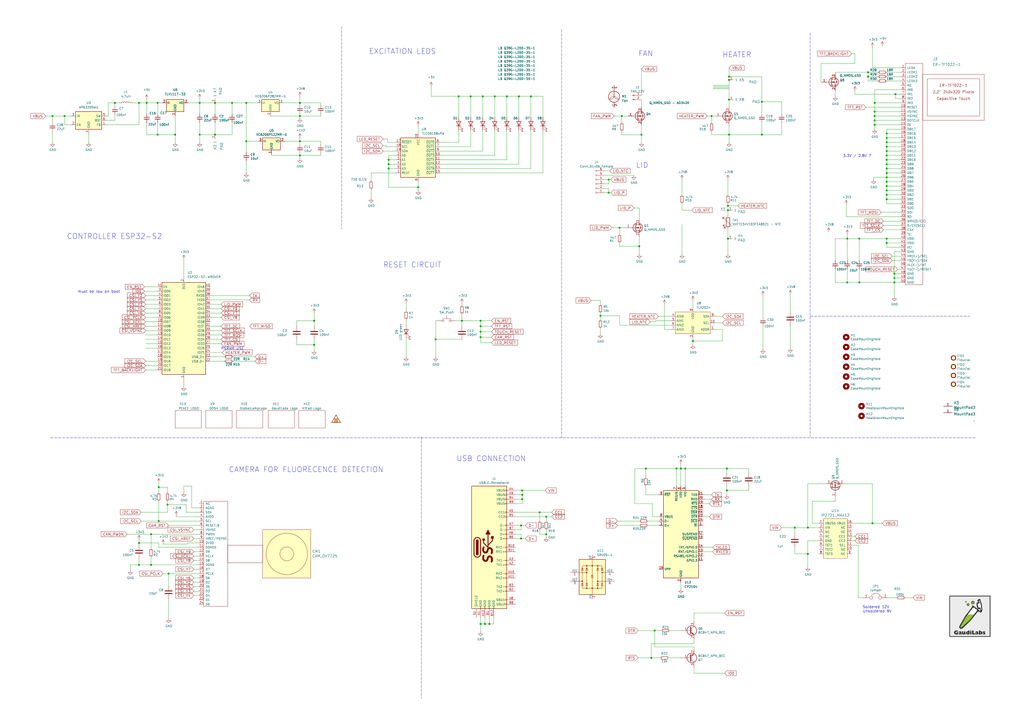
<source format=kicad_sch>
(kicad_sch (version 20211123) (generator eeschema)
  (paper "A2")
  (title_block (title "qPocketPCR") (date "2022-07-25") (rev "3.2"))
  (junction (at 30.48 67.31))
  (junction (at 124.7394 78.105))
  (junction (at 92.075 282.575))
  (junction (at 498.475 138.43))
  (junction (at 514.35 113.03))
  (junction (at 498.475 163.83))
  (junction (at 401.955 197.8025))
  (junction (at 374.65 271.78))
  (junction (at 80.645 314.96))
  (junction (at 422.91 78.105))
  (junction (at 507.365 72.39))
  (junction (at 518.795 158.75))
  (junction (at 422.91 57.785))
  (junction (at 514.35 140.97))
  (junction (at 503.555 44.45))
  (junction (at 302.895 284.48))
  (junction (at 422.275 138.43))
  (junction (at 507.365 64.77))
  (junction (at 316.865 299.72))
  (junction (at 283.845 361.95))
  (junction (at 514.35 90.17))
  (junction (at 266.065 55.88))
  (junction (at 80.645 327.66))
  (junction (at 461.01 306.07))
  (junction (at 441.96 59.055))
  (junction (at 66.675 59.69))
  (junction (at 422.275 119.38))
  (junction (at 392.43 271.78))
  (junction (at 518.795 161.29))
  (junction (at 348.2975 183.1975))
  (junction (at 514.35 107.95))
  (junction (at 80.645 59.69))
  (junction (at 278.765 361.95))
  (junction (at 302.26 304.8))
  (junction (at 91.44 59.69))
  (junction (at 280.035 55.88))
  (junction (at 514.35 110.49))
  (junction (at 377.825 381.635))
  (junction (at 302.895 289.56))
  (junction (at 278.765 186.055))
  (junction (at 302.895 287.02))
  (junction (at 353.06 111.76))
  (junction (at 372.11 78.105))
  (junction (at 422.91 44.45))
  (junction (at 394.97 271.78))
  (junction (at 507.365 69.85))
  (junction (at 514.35 85.09))
  (junction (at 115.8494 59.69))
  (junction (at 273.05 55.88))
  (junction (at 519.43 54.61))
  (junction (at 85.09 59.69))
  (junction (at 514.35 87.63))
  (junction (at 302.26 312.42))
  (junction (at 142.875 81.915))
  (junction (at 278.765 192.405))
  (junction (at 225.425 95.25))
  (junction (at 173.99 59.69))
  (junction (at 92.075 302.26))
  (junction (at 507.365 67.31))
  (junction (at 514.35 95.25))
  (junction (at 503.555 41.91))
  (junction (at 173.99 90.17))
  (junction (at 370.84 142.875))
  (junction (at 514.35 100.33))
  (junction (at 507.365 59.69))
  (junction (at 412.75 67.31))
  (junction (at 252.73 196.85))
  (junction (at 353.06 104.14))
  (junction (at 101.6 78.105))
  (junction (at 307.975 55.88))
  (junction (at 359.41 132.08))
  (junction (at 514.35 80.01))
  (junction (at 518.795 163.83))
  (junction (at 278.765 195.58))
  (junction (at 173.99 67.31))
  (junction (at 421.64 271.78))
  (junction (at 225.425 97.79))
  (junction (at 267.97 186.055))
  (junction (at 281.305 361.95))
  (junction (at 422.91 46.355))
  (junction (at 514.35 102.87))
  (junction (at 491.49 138.43))
  (junction (at 173.99 81.915))
  (junction (at 87.63 327.66))
  (junction (at 514.35 97.79))
  (junction (at 97.79 332.74))
  (junction (at 468.63 321.31))
  (junction (at 134.62 59.69))
  (junction (at 91.44 78.105))
  (junction (at 514.35 92.71))
  (junction (at 514.35 105.41))
  (junction (at 115.8494 78.105))
  (junction (at 397.51 271.78))
  (junction (at 514.35 138.43))
  (junction (at 278.765 189.23))
  (junction (at 421.64 284.48))
  (junction (at 182.245 186.055))
  (junction (at 142.875 59.69))
  (junction (at 242.57 108.585))
  (junction (at 506.095 303.53))
  (junction (at 87.63 309.88))
  (junction (at 37.465 67.31))
  (junction (at 514.35 115.57))
  (junction (at 422.275 121.92))
  (junction (at 514.35 82.55))
  (junction (at 491.49 163.83))
  (junction (at 300.99 55.88))
  (junction (at 316.865 309.88))
  (junction (at 514.35 77.47))
  (junction (at 360.68 67.31))
  (junction (at 182.245 200.025))
  (junction (at 313.055 297.18))
  (junction (at 124.7394 59.69))
  (junction (at 97.155 292.735))
  (junction (at 468.63 306.07))
  (junction (at 441.96 78.105))
  (junction (at 287.02 55.88))
  (junction (at 294.005 55.88))
  (junction (at 379.73 365.76))
  (junction (at 225.425 92.71))
  (wire (pts (xy 514.35 105.41) (xy 514.35 107.95)))
  (wire (pts (xy 372.11 57.785) (xy 372.11 62.23)))
  (wire (pts (xy 514.35 77.47) (xy 514.35 80.01)))
  (wire (pts (xy 83.82 166.37) (xy 91.44 166.37)))
  (wire (pts (xy 121.92 184.15) (xy 128.27 184.15)))
  (wire (pts (xy 370.205 365.76) (xy 379.73 365.76)))
  (wire (pts (xy 514.35 102.87) (xy 514.35 105.41)))
  (wire (pts (xy 522.605 92.71) (xy 514.35 92.71)))
  (wire (pts (xy 422.91 50.165) (xy 422.91 50.8)))
  (wire (pts (xy 522.605 100.33) (xy 514.35 100.33)))
  (wire (pts (xy 402.59 390.525) (xy 402.59 386.715)))
  (wire (pts (xy 502.285 62.23) (xy 522.605 62.23)))
  (wire (pts (xy 84.455 194.31) (xy 91.44 194.31)))
  (wire (pts (xy 91.44 71.12) (xy 91.44 78.105)))
  (wire (pts (xy 350.52 106.68) (xy 353.06 106.68)))
  (wire (pts (xy 395.605 121.92) (xy 401.32 121.92)))
  (wire (pts (xy 135.255 209.55) (xy 147.955 209.55)))
  (wire (pts (xy 506.73 104.14) (xy 506.73 102.87)))
  (wire (pts (xy 506.095 303.53) (xy 494.03 303.53)))
  (wire (pts (xy 374.65 271.78) (xy 392.43 271.78)))
  (wire (pts (xy 273.05 55.88) (xy 280.035 55.88)))
  (wire (pts (xy 374.65 271.78) (xy 374.65 276.86)))
  (wire (pts (xy 173.99 55.88) (xy 173.99 59.69)))
  (wire (pts (xy 422.91 78.105) (xy 441.96 78.105)))
  (wire (pts (xy 280.035 87.63) (xy 280.035 75.565)))
  (wire (pts (xy 522.605 95.25) (xy 514.35 95.25)))
  (wire (pts (xy 368.3 271.78) (xy 374.65 271.78)))
  (wire (pts (xy 144.78 171.45) (xy 121.92 171.45)))
  (wire (pts (xy 441.96 44.45) (xy 422.91 44.45)))
  (wire (pts (xy 419.1 191.135) (xy 419.1 197.8025)))
  (wire (pts (xy 522.605 80.01) (xy 514.35 80.01)))
  (wire (pts (xy 506.095 280.67) (xy 506.095 303.53)))
  (wire (pts (xy 392.43 271.78) (xy 392.43 281.94)))
  (wire (pts (xy 367.665 120.65) (xy 370.84 120.65)))
  (wire (pts (xy 84.455 179.07) (xy 91.44 179.07)))
  (polyline (pts (xy 29.21 254) (xy 565.785 254)))
  (wire (pts (xy 522.605 161.29) (xy 518.795 161.29)))
  (wire (pts (xy 186.055 66.04) (xy 186.055 67.31)))
  (wire (pts (xy 402.59 375.285) (xy 402.59 376.555)))
  (wire (pts (xy 302.26 304.8) (xy 299.085 304.8)))
  (wire (pts (xy 397.51 271.78) (xy 397.51 281.94)))
  (wire (pts (xy 302.26 307.34) (xy 302.26 304.8)))
  (wire (pts (xy 353.06 109.22) (xy 353.06 111.76)))
  (wire (pts (xy 87.63 318.135) (xy 87.63 309.88)))
  (wire (pts (xy 112.395 340.36) (xy 115.57 340.36)))
  (wire (pts (xy 414.655 183.515) (xy 419.1 183.515)))
  (wire (pts (xy 498.475 138.43) (xy 514.35 138.43)))
  (wire (pts (xy 401.955 196.215) (xy 401.955 197.8025)))
  (wire (pts (xy 503.555 46.99) (xy 503.555 44.45)))
  (wire (pts (xy 281.305 361.95) (xy 278.765 361.95)))
  (wire (pts (xy 484.505 151.13) (xy 484.505 138.43)))
  (wire (pts (xy 484.505 41.91) (xy 484.505 42.545)))
  (wire (pts (xy 461.01 309.88) (xy 461.01 306.07)))
  (wire (pts (xy 522.605 97.79) (xy 514.35 97.79)))
  (wire (pts (xy 410.21 67.31) (xy 412.75 67.31)))
  (wire (pts (xy 407.67 299.72) (xy 411.48 299.72)))
  (wire (pts (xy 514.35 80.01) (xy 514.35 82.55)))
  (wire (pts (xy 514.35 97.79) (xy 514.35 100.33)))
  (wire (pts (xy 255.27 85.09) (xy 273.05 85.09)))
  (wire (pts (xy 407.67 292.1) (xy 411.48 292.1)))
  (wire (pts (xy 302.895 287.02) (xy 302.895 289.56)))
  (wire (pts (xy 111.125 281.94) (xy 106.68 281.94)))
  (wire (pts (xy 299.085 307.34) (xy 302.26 307.34)))
  (wire (pts (xy 182.245 196.85) (xy 182.245 200.025)))
  (wire (pts (xy 313.055 302.26) (xy 313.055 297.18)))
  (wire (pts (xy 401.955 174.3075) (xy 401.955 178.435)))
  (wire (pts (xy 514.35 115.57) (xy 522.605 115.57)))
  (wire (pts (xy 252.73 186.055) (xy 252.73 196.85)))
  (wire (pts (xy 278.765 186.055) (xy 285.115 186.055)))
  (wire (pts (xy 514.35 110.49) (xy 514.35 113.03)))
  (wire (pts (xy 84.455 181.61) (xy 91.44 181.61)))
  (wire (pts (xy 278.765 186.055) (xy 278.765 189.23)))
  (wire (pts (xy 372.11 78.105) (xy 372.11 82.55)))
  (wire (pts (xy 498.475 138.43) (xy 498.475 151.13)))
  (wire (pts (xy 124.7394 78.105) (xy 124.7394 71.12)))
  (wire (pts (xy 76.835 59.69) (xy 80.645 59.69)))
  (wire (pts (xy 354.965 132.08) (xy 359.41 132.08)))
  (wire (pts (xy 514.35 41.91) (xy 522.605 41.91)))
  (wire (pts (xy 453.39 306.07) (xy 461.01 306.07)))
  (wire (pts (xy 115.57 342.9) (xy 112.395 342.9)))
  (wire (pts (xy 121.92 191.77) (xy 128.27 191.77)))
  (wire (pts (xy 484.505 52.705) (xy 484.505 55.88)))
  (wire (pts (xy 255.27 97.79) (xy 307.975 97.79)))
  (wire (pts (xy 397.51 271.78) (xy 421.64 271.78)))
  (wire (pts (xy 112.395 330.2) (xy 115.57 330.2)))
  (wire (pts (xy 497.84 316.23) (xy 497.84 346.71)))
  (wire (pts (xy 299.085 287.02) (xy 302.895 287.02)))
  (wire (pts (xy 92.075 317.5) (xy 115.57 317.5)))
  (wire (pts (xy 92.075 302.26) (xy 115.57 302.26)))
  (wire (pts (xy 375.92 304.8) (xy 382.27 304.8)))
  (wire (pts (xy 368.3 271.78) (xy 368.3 292.1)))
  (wire (pts (xy 514.35 100.33) (xy 514.35 102.87)))
  (wire (pts (xy 377.825 381.635) (xy 382.905 381.635)))
  (wire (pts (xy 254 186.055) (xy 252.73 186.055)))
  (wire (pts (xy 283.845 358.14) (xy 283.845 361.95)))
  (wire (pts (xy 186.055 59.69) (xy 186.055 60.96)))
  (wire (pts (xy 422.91 72.39) (xy 422.91 78.105)))
  (wire (pts (xy 300.99 55.88) (xy 307.975 55.88)))
  (wire (pts (xy 156.845 67.31) (xy 173.99 67.31)))
  (wire (pts (xy 87.63 323.215) (xy 87.63 327.66)))
  (wire (pts (xy 387.985 381.635) (xy 394.97 381.635)))
  (wire (pts (xy 522.605 46.99) (xy 514.35 46.99)))
  (wire (pts (xy 224.79 80.645) (xy 224.79 82.55)))
  (wire (pts (xy 267.97 196.85) (xy 252.73 196.85)))
  (wire (pts (xy 164.465 59.69) (xy 173.99 59.69)))
  (wire (pts (xy 121.92 176.53) (xy 128.27 176.53)))
  (wire (pts (xy 348.2975 183.1975) (xy 348.2975 185.42)))
  (wire (pts (xy 87.63 327.66) (xy 115.57 327.66)))
  (wire (pts (xy 112.395 307.34) (xy 115.57 307.34)))
  (wire (pts (xy 281.305 358.14) (xy 281.305 361.95)))
  (wire (pts (xy 414.02 49.53) (xy 414.02 50.165)))
  (wire (pts (xy 255.27 95.25) (xy 300.99 95.25)))
  (wire (pts (xy 422.275 121.92) (xy 422.275 125.095)))
  (wire (pts (xy 359.41 188.595) (xy 359.41 183.1975)))
  (wire (pts (xy 506.095 39.37) (xy 522.605 39.37)))
  (wire (pts (xy 84.455 212.09) (xy 91.44 212.09)))
  (wire (pts (xy 370.84 120.65) (xy 370.84 127)))
  (wire (pts (xy 356.235 67.31) (xy 360.68 67.31)))
  (wire (pts (xy 514.35 85.09) (xy 514.35 87.63)))
  (wire (pts (xy 394.97 269.24) (xy 394.97 271.78)))
  (wire (pts (xy 84.455 189.23) (xy 91.44 189.23)))
  (wire (pts (xy 514.35 82.55) (xy 514.35 85.09)))
  (wire (pts (xy 225.425 95.25) (xy 229.87 95.25)))
  (wire (pts (xy 520.7 156.21) (xy 522.605 156.21)))
  (wire (pts (xy 121.92 194.31) (xy 128.27 194.31)))
  (wire (pts (xy 124.7394 66.04) (xy 124.7394 59.69)))
  (wire (pts (xy 360.68 76.2) (xy 360.68 78.105)))
  (wire (pts (xy 173.99 80.01) (xy 173.99 81.915)))
  (wire (pts (xy 484.505 163.83) (xy 484.505 156.21)))
  (wire (pts (xy 92.075 290.83) (xy 92.075 302.26)))
  (wire (pts (xy 66.675 69.85) (xy 66.675 66.675)))
  (wire (pts (xy 402.59 355.6) (xy 402.59 360.68)))
  (wire (pts (xy 522.605 118.11) (xy 514.35 118.11)))
  (wire (pts (xy 84.455 209.55) (xy 91.44 209.55)))
  (wire (pts (xy 109.22 59.69) (xy 115.8494 59.69)))
  (wire (pts (xy 108.585 315.595) (xy 108.585 314.96)))
  (wire (pts (xy 519.43 57.15) (xy 522.605 57.15)))
  (wire (pts (xy 522.605 140.97) (xy 514.35 140.97)))
  (wire (pts (xy 395.605 104.14) (xy 395.605 113.03)))
  (wire (pts (xy 112.395 312.42) (xy 115.57 312.42)))
  (wire (pts (xy 422.275 104.14) (xy 422.275 113.03)))
  (wire (pts (xy 142.875 59.69) (xy 142.875 81.915)))
  (wire (pts (xy 287.02 55.88) (xy 287.02 67.945)))
  (wire (pts (xy 506.73 102.87) (xy 514.35 102.87)))
  (wire (pts (xy 80.645 72.39) (xy 80.645 59.69)))
  (wire (pts (xy 382.27 299.72) (xy 378.46 299.72)))
  (wire (pts (xy 370.84 137.16) (xy 370.84 142.875)))
  (wire (pts (xy 491.49 138.43) (xy 498.475 138.43)))
  (wire (pts (xy 173.99 66.04) (xy 173.99 67.31)))
  (wire (pts (xy 300.99 55.88) (xy 300.99 67.945)))
  (wire (pts (xy 112.395 345.44) (xy 115.57 345.44)))
  (wire (pts (xy 420.37 355.6) (xy 402.59 355.6)))
  (wire (pts (xy 370.84 302.26) (xy 358.14 302.26)))
  (wire (pts (xy 522.605 138.43) (xy 514.35 138.43)))
  (wire (pts (xy 294.005 55.88) (xy 294.005 67.945)))
  (wire (pts (xy 434.34 271.78) (xy 434.34 274.32)))
  (wire (pts (xy 514.35 87.63) (xy 514.35 90.17)))
  (wire (pts (xy 173.99 90.17) (xy 157.48 90.17)))
  (wire (pts (xy 91.44 201.93) (xy 84.455 201.93)))
  (wire (pts (xy 225.425 92.71) (xy 225.425 95.25)))
  (wire (pts (xy 422.91 39.37) (xy 422.91 44.45)))
  (wire (pts (xy 61.595 69.85) (xy 66.675 69.85)))
  (wire (pts (xy 509.27 46.99) (xy 503.555 46.99)))
  (wire (pts (xy 422.91 51.435) (xy 422.91 57.785)))
  (wire (pts (xy 529.59 346.71) (xy 525.145 346.71)))
  (wire (pts (xy 142.875 59.69) (xy 149.225 59.69)))
  (wire (pts (xy 522.605 146.05) (xy 518.795 146.05)))
  (wire (pts (xy 80.645 323.85) (xy 80.645 327.66)))
  (wire (pts (xy 91.44 199.39) (xy 84.455 199.39)))
  (wire (pts (xy 314.96 55.88) (xy 314.96 67.945)))
  (wire (pts (xy 522.605 72.39) (xy 507.365 72.39)))
  (wire (pts (xy 92.075 282.575) (xy 92.075 280.035)))
  (wire (pts (xy 441.96 66.04) (xy 441.96 59.055)))
  (wire (pts (xy 84.455 191.77) (xy 91.44 191.77)))
  (wire (pts (xy 514.35 105.41) (xy 522.605 105.41)))
  (wire (pts (xy 407.67 317.5) (xy 413.385 317.5)))
  (wire (pts (xy 522.605 123.19) (xy 511.175 123.19)))
  (wire (pts (xy 422.275 119.38) (xy 427.99 119.38)))
  (wire (pts (xy 92.075 317.5) (xy 92.075 314.96)))
  (wire (pts (xy 518.795 158.75) (xy 518.795 161.29)))
  (wire (pts (xy 182.245 181.61) (xy 182.245 186.055)))
  (wire (pts (xy 30.48 67.31) (xy 37.465 67.31)))
  (wire (pts (xy 97.79 339.725) (xy 97.79 332.74)))
  (wire (pts (xy 172.085 196.85) (xy 172.085 200.025)))
  (wire (pts (xy 84.455 173.99) (xy 91.44 173.99)))
  (wire (pts (xy 235.585 175.895) (xy 235.585 180.34)))
  (wire (pts (xy 283.845 361.95) (xy 281.305 361.95)))
  (wire (pts (xy 149.86 81.915) (xy 142.875 81.915)))
  (wire (pts (xy 313.055 297.18) (xy 320.04 297.18)))
  (wire (pts (xy 514.35 107.95) (xy 514.35 110.49)))
  (wire (pts (xy 489.585 280.67) (xy 506.095 280.67)))
  (wire (pts (xy 172.085 186.055) (xy 182.245 186.055)))
  (wire (pts (xy 101.6 67.31) (xy 101.6 78.105)))
  (wire (pts (xy 278.765 358.14) (xy 278.765 361.95)))
  (wire (pts (xy 235.585 196.215) (xy 235.585 207.01)))
  (wire (pts (xy 381.9525 183.515) (xy 389.255 183.515)))
  (wire (pts (xy 494.03 31.115) (xy 495.935 31.115)))
  (wire (pts (xy 491.49 163.83) (xy 498.475 163.83)))
  (wire (pts (xy 422.91 57.785) (xy 422.91 62.23)))
  (wire (pts (xy 491.49 135.89) (xy 491.49 138.43)))
  (wire (pts (xy 225.425 97.79) (xy 229.87 97.79)))
  (wire (pts (xy 374.65 281.94) (xy 374.65 287.02)))
  (wire (pts (xy 422.275 118.11) (xy 422.275 119.38)))
  (wire (pts (xy 395.605 118.11) (xy 395.605 121.92)))
  (polyline (pts (xy 325.755 17.145) (xy 325.755 254)))
  (wire (pts (xy 441.96 59.055) (xy 441.96 44.45)))
  (wire (pts (xy 377.825 373.38) (xy 377.825 381.635)))
  (wire (pts (xy 507.365 67.31) (xy 507.365 69.85)))
  (wire (pts (xy 173.99 81.915) (xy 186.055 81.915)))
  (wire (pts (xy 112.395 337.82) (xy 115.57 337.82)))
  (wire (pts (xy 299.085 297.18) (xy 313.055 297.18)))
  (wire (pts (xy 252.73 196.85) (xy 252.73 207.01)))
  (wire (pts (xy 494.03 313.69) (xy 495.935 313.69)))
  (wire (pts (xy 442.595 189.23) (xy 442.595 202.565)))
  (wire (pts (xy 503.555 44.45) (xy 503.555 41.91)))
  (wire (pts (xy 115.8494 71.12) (xy 115.8494 78.105)))
  (wire (pts (xy 407.67 320.04) (xy 413.385 320.04)))
  (wire (pts (xy 30.48 76.2) (xy 30.48 82.55)))
  (wire (pts (xy 380.365 186.055) (xy 380.365 186.69)))
  (wire (pts (xy 491.49 163.83) (xy 484.505 163.83)))
  (wire (pts (xy 66.675 59.69) (xy 66.675 61.595)))
  (wire (pts (xy 422.91 46.355) (xy 422.91 49.53)))
  (wire (pts (xy 453.39 71.12) (xy 453.39 78.105)))
  (wire (pts (xy 273.05 85.09) (xy 273.05 75.565)))
  (wire (pts (xy 250.19 50.165) (xy 250.19 55.88)))
  (wire (pts (xy 115.57 297.18) (xy 107.95 297.18)))
  (wire (pts (xy 299.085 284.48) (xy 302.895 284.48)))
  (wire (pts (xy 360.68 67.31) (xy 360.68 71.12)))
  (wire (pts (xy 378.46 292.1) (xy 378.46 299.72)))
  (wire (pts (xy 348.2975 181.61) (xy 348.2975 183.1975)))
  (wire (pts (xy 490.855 118.745) (xy 490.855 125.73)))
  (wire (pts (xy 350.52 111.76) (xy 353.06 111.76)))
  (polyline (pts (xy 469.9 183.515) (xy 562.61 183.515)))
  (wire (pts (xy 495.935 36.83) (xy 476.25 36.83)))
  (wire (pts (xy 350.52 109.22) (xy 353.06 109.22)))
  (wire (pts (xy 522.605 107.95) (xy 514.35 107.95)))
  (wire (pts (xy 300.99 95.25) (xy 300.99 75.565)))
  (wire (pts (xy 360.68 78.105) (xy 372.11 78.105)))
  (wire (pts (xy 422.91 50.8) (xy 414.02 50.8)))
  (wire (pts (xy 359.41 140.97) (xy 359.41 142.875)))
  (wire (pts (xy 491.49 151.13) (xy 491.49 138.43)))
  (wire (pts (xy 389.255 191.135) (xy 385.445 191.135)))
  (wire (pts (xy 421.64 284.48) (xy 421.64 287.02)))
  (wire (pts (xy 385.445 191.135) (xy 385.445 176.53)))
  (wire (pts (xy 468.63 280.67) (xy 468.63 306.07)))
  (wire (pts (xy 370.84 304.8) (xy 358.14 304.8)))
  (wire (pts (xy 278.765 189.23) (xy 278.765 192.405)))
  (wire (pts (xy 286.385 358.14) (xy 286.385 361.95)))
  (wire (pts (xy 97.79 332.74) (xy 115.57 332.74)))
  (wire (pts (xy 278.765 361.95) (xy 278.765 366.395)))
  (wire (pts (xy 92.075 282.575) (xy 97.155 282.575)))
  (wire (pts (xy 498.475 163.83) (xy 518.795 163.83)))
  (wire (pts (xy 173.99 88.9) (xy 173.99 90.17)))
  (wire (pts (xy 522.605 113.03) (xy 514.35 113.03)))
  (wire (pts (xy 422.91 46.355) (xy 422.91 44.45)))
  (wire (pts (xy 80.645 59.69) (xy 85.09 59.69)))
  (polyline (pts (xy 244.475 253.365) (xy 244.475 405.13)))
  (wire (pts (xy 514.35 140.97) (xy 514.35 143.51)))
  (wire (pts (xy 66.675 59.69) (xy 69.215 59.69)))
  (wire (pts (xy 61.595 72.39) (xy 80.645 72.39)))
  (wire (pts (xy 422.91 78.105) (xy 422.91 82.55)))
  (wire (pts (xy 80.645 327.66) (xy 87.63 327.66)))
  (wire (pts (xy 468.63 313.69) (xy 468.63 321.31)))
  (wire (pts (xy 115.57 335.28) (xy 112.395 335.28)))
  (wire (pts (xy 507.365 59.69) (xy 507.365 64.77)))
  (wire (pts (xy 225.425 108.585) (xy 242.57 108.585)))
  (wire (pts (xy 515.62 346.71) (xy 520.065 346.71)))
  (wire (pts (xy 388.62 365.76) (xy 394.97 365.76)))
  (wire (pts (xy 348.2975 176.53) (xy 348.2975 174.3075)))
  (wire (pts (xy 107.95 292.735) (xy 107.95 297.18)))
  (wire (pts (xy 353.06 106.68) (xy 353.06 104.14)))
  (wire (pts (xy 121.92 189.23) (xy 128.27 189.23)))
  (wire (pts (xy 85.09 59.69) (xy 91.44 59.69)))
  (wire (pts (xy 299.085 309.88) (xy 302.26 309.88)))
  (wire (pts (xy 124.7394 78.105) (xy 134.62 78.105)))
  (wire (pts (xy 378.46 292.1) (xy 368.3 292.1)))
  (wire (pts (xy 414.02 51.435) (xy 422.91 51.435)))
  (wire (pts (xy 316.865 302.26) (xy 316.865 299.72)))
  (wire (pts (xy 353.06 111.76) (xy 354.33 111.76)))
  (wire (pts (xy 522.605 64.77) (xy 507.365 64.77)))
  (wire (pts (xy 30.48 71.12) (xy 30.48 67.31)))
  (wire (pts (xy 359.41 142.875) (xy 370.84 142.875)))
  (wire (pts (xy 294.005 92.71) (xy 294.005 75.565)))
  (wire (pts (xy 84.455 184.15) (xy 91.44 184.15)))
  (wire (pts (xy 402.59 370.84) (xy 402.59 373.38)))
  (wire (pts (xy 441.96 71.12) (xy 441.96 78.105)))
  (wire (pts (xy 84.455 214.63) (xy 91.44 214.63)))
  (wire (pts (xy 420.37 390.525) (xy 402.59 390.525)))
  (wire (pts (xy 266.065 55.88) (xy 266.065 67.945)))
  (wire (pts (xy 37.465 72.39) (xy 41.275 72.39)))
  (wire (pts (xy 97.155 297.18) (xy 97.155 292.735)))
  (wire (pts (xy 350.52 104.14) (xy 353.06 104.14)))
  (wire (pts (xy 412.75 78.105) (xy 422.91 78.105)))
  (wire (pts (xy 468.63 321.31) (xy 468.63 328.93)))
  (wire (pts (xy 389.255 186.055) (xy 380.365 186.055)))
  (wire (pts (xy 474.98 313.69) (xy 468.63 313.69)))
  (wire (pts (xy 134.62 59.69) (xy 142.875 59.69)))
  (wire (pts (xy 97.155 292.735) (xy 107.95 292.735)))
  (wire (pts (xy 102.235 299.085) (xy 102.235 299.72)))
  (wire (pts (xy 302.895 284.48) (xy 316.23 284.48)))
  (wire (pts (xy 394.97 281.94) (xy 394.97 271.78)))
  (wire (pts (xy 414.02 50.8) (xy 414.02 51.435)))
  (wire (pts (xy 121.92 199.39) (xy 128.27 199.39)))
  (wire (pts (xy 316.865 309.88) (xy 316.865 311.785)))
  (wire (pts (xy 497.84 346.71) (xy 500.38 346.71)))
  (wire (pts (xy 173.99 67.31) (xy 173.99 68.58)))
  (wire (pts (xy 507.365 64.77) (xy 507.365 67.31)))
  (wire (pts (xy 264.16 186.055) (xy 267.97 186.055)))
  (wire (pts (xy 142.875 100.33) (xy 142.875 93.345)))
  (wire (pts (xy 91.44 196.85) (xy 84.455 196.85)))
  (wire (pts (xy 395.605 130.175) (xy 395.605 147.32)))
  (wire (pts (xy 316.865 299.72) (xy 320.04 299.72)))
  (wire (pts (xy 434.34 284.48) (xy 434.34 281.94)))
  (wire (pts (xy 278.765 195.58) (xy 285.115 195.58)))
  (wire (pts (xy 278.765 198.755) (xy 285.115 198.755)))
  (wire (pts (xy 224.155 84.455) (xy 222.25 84.455)))
  (wire (pts (xy 242.57 105.41) (xy 242.57 108.585)))
  (wire (pts (xy 278.765 195.58) (xy 278.765 198.755)))
  (wire (pts (xy 348.2975 190.5) (xy 348.2975 193.675)))
  (wire (pts (xy 215.265 109.855) (xy 215.265 114.935)))
  (wire (pts (xy 108.585 314.96) (xy 115.57 314.96)))
  (wire (pts (xy 84.455 186.69) (xy 91.44 186.69)))
  (wire (pts (xy 135.255 207.01) (xy 147.955 207.01)))
  (wire (pts (xy 498.475 163.83) (xy 498.475 156.21)))
  (wire (pts (xy 80.645 314.96) (xy 80.645 316.23)))
  (wire (pts (xy 522.605 128.27) (xy 512.445 128.27)))
  (wire (pts (xy 225.425 95.25) (xy 225.425 97.79)))
  (wire (pts (xy 91.44 66.04) (xy 91.44 59.69)))
  (wire (pts (xy 359.41 183.1975) (xy 348.2975 183.1975)))
  (wire (pts (xy 172.085 186.055) (xy 172.085 189.23)))
  (wire (pts (xy 507.365 52.07) (xy 507.365 59.69)))
  (wire (pts (xy 61.595 67.31) (xy 62.865 67.31)))
  (wire (pts (xy 421.64 271.78) (xy 434.34 271.78)))
  (wire (pts (xy 94.615 315.595) (xy 108.585 315.595)))
  (wire (pts (xy 266.065 82.55) (xy 266.065 75.565)))
  (wire (pts (xy 85.09 71.12) (xy 85.09 78.105)))
  (wire (pts (xy 314.96 100.33) (xy 314.96 75.565)))
  (wire (pts (xy 225.425 90.17) (xy 225.425 92.71)))
  (wire (pts (xy 374.65 287.02) (xy 382.27 287.02)))
  (wire (pts (xy 97.155 290.83) (xy 97.155 292.735)))
  (wire (pts (xy 522.605 163.83) (xy 518.795 163.83)))
  (wire (pts (xy 522.605 59.69) (xy 507.365 59.69)))
  (wire (pts (xy 92.075 314.96) (xy 80.645 314.96)))
  (wire (pts (xy 509.27 41.91) (xy 503.555 41.91)))
  (wire (pts (xy 509.27 44.45) (xy 503.555 44.45)))
  (wire (pts (xy 106.68 281.94) (xy 106.68 285.75)))
  (wire (pts (xy 278.765 192.405) (xy 278.765 195.58)))
  (wire (pts (xy 278.765 192.405) (xy 285.115 192.405)))
  (wire (pts (xy 392.43 271.78) (xy 394.97 271.78)))
  (wire (pts (xy 522.605 85.09) (xy 514.35 85.09)))
  (wire (pts (xy 299.085 299.72) (xy 316.865 299.72)))
  (wire (pts (xy 224.79 82.55) (xy 229.87 82.55)))
  (wire (pts (xy 84.455 176.53) (xy 91.44 176.53)))
  (wire (pts (xy 522.605 54.61) (xy 519.43 54.61)))
  (wire (pts (xy 471.17 303.53) (xy 471.17 290.83)))
  (wire (pts (xy 461.01 306.07) (xy 468.63 306.07)))
  (wire (pts (xy 474.98 303.53) (xy 471.17 303.53)))
  (wire (pts (xy 495.935 31.115) (xy 495.935 36.83)))
  (wire (pts (xy 280.035 55.88) (xy 287.02 55.88)))
  (wire (pts (xy 379.73 375.285) (xy 402.59 375.285)))
  (wire (pts (xy 412.75 67.31) (xy 415.29 67.31)))
  (wire (pts (xy 522.605 130.81) (xy 512.445 130.81)))
  (polyline (pts (xy 198.12 15.24) (xy 198.12 132.715)))
  (wire (pts (xy 165.1 81.915) (xy 173.99 81.915)))
  (wire (pts (xy 83.82 168.91) (xy 91.44 168.91)))
  (wire (pts (xy 273.05 55.88) (xy 273.05 67.945)))
  (wire (pts (xy 307.975 97.79) (xy 307.975 75.565)))
  (wire (pts (xy 412.75 76.2) (xy 412.75 78.105)))
  (wire (pts (xy 267.97 186.055) (xy 267.97 189.23)))
  (wire (pts (xy 102.235 299.72) (xy 115.57 299.72)))
  (wire (pts (xy 26.67 67.31) (xy 30.48 67.31)))
  (wire (pts (xy 255.27 92.71) (xy 294.005 92.71)))
  (wire (pts (xy 287.02 90.17) (xy 287.02 75.565)))
  (wire (pts (xy 514.35 143.51) (xy 522.605 143.51)))
  (wire (pts (xy 514.35 77.47) (xy 522.605 77.47)))
  (wire (pts (xy 75.565 330.835) (xy 75.565 327.66)))
  (wire (pts (xy 186.055 67.31) (xy 173.99 67.31)))
  (wire (pts (xy 37.465 67.31) (xy 37.465 72.39)))
  (wire (pts (xy 173.99 59.69) (xy 186.055 59.69)))
  (wire (pts (xy 134.62 59.69) (xy 134.62 66.04)))
  (wire (pts (xy 287.02 55.88) (xy 294.005 55.88)))
  (wire (pts (xy 522.605 151.13) (xy 517.525 151.13)))
  (wire (pts (xy 255.27 82.55) (xy 266.065 82.55)))
  (wire (pts (xy 242.57 73.025) (xy 242.57 77.47)))
  (wire (pts (xy 144.78 173.99) (xy 121.92 173.99)))
  (wire (pts (xy 62.865 67.31) (xy 62.865 59.69)))
  (wire (pts (xy 389.255 188.595) (xy 359.41 188.595)))
  (wire (pts (xy 121.92 204.47) (xy 128.905 204.47)))
  (wire (pts (xy 80.645 314.96) (xy 80.645 313.055)))
  (wire (pts (xy 522.605 69.85) (xy 507.365 69.85)))
  (wire (pts (xy 491.49 156.21) (xy 491.49 163.83)))
  (wire (pts (xy 182.245 186.055) (xy 182.245 189.23)))
  (wire (pts (xy 484.505 138.43) (xy 491.49 138.43)))
  (wire (pts (xy 302.895 289.56) (xy 302.895 292.1)))
  (wire (pts (xy 353.06 104.14) (xy 354.33 104.14)))
  (wire (pts (xy 350.52 101.6) (xy 367.665 101.6)))
  (wire (pts (xy 111.125 294.64) (xy 111.125 281.94)))
  (wire (pts (xy 414.655 191.135) (xy 419.1 191.135)))
  (wire (pts (xy 419.1 197.8025) (xy 401.955 197.8025)))
  (wire (pts (xy 519.43 54.61) (xy 495.935 54.61)))
  (wire (pts (xy 422.91 49.53) (xy 414.02 49.53)))
  (wire (pts (xy 222.25 87.63) (xy 229.87 87.63)))
  (wire (pts (xy 112.395 320.04) (xy 115.57 320.04)))
  (wire (pts (xy 522.605 87.63) (xy 514.35 87.63)))
  (wire (pts (xy 422.275 119.38) (xy 422.275 121.92)))
  (wire (pts (xy 476.25 36.83) (xy 476.25 47.625)))
  (wire (pts (xy 307.975 55.88) (xy 307.975 67.945)))
  (wire (pts (xy 97.155 282.575) (xy 97.155 285.75)))
  (wire (pts (xy 494.03 316.23) (xy 497.84 316.23)))
  (wire (pts (xy 225.425 97.79) (xy 225.425 108.585)))
  (wire (pts (xy 370.205 381.635) (xy 377.825 381.635)))
  (wire (pts (xy 85.09 57.4675) (xy 85.09 59.69)))
  (wire (pts (xy 286.385 361.95) (xy 283.845 361.95)))
  (wire (pts (xy 250.19 55.88) (xy 266.065 55.88)))
  (wire (pts (xy 522.605 102.87) (xy 514.35 102.87)))
  (wire (pts (xy 87.63 309.88) (xy 115.57 309.88)))
  (wire (pts (xy 375.92 302.26) (xy 382.27 302.26)))
  (wire (pts (xy 471.17 290.83) (xy 484.505 290.83)))
  (wire (pts (xy 121.92 196.85) (xy 128.27 196.85)))
  (wire (pts (xy 73.66 309.88) (xy 87.63 309.88)))
  (wire (pts (xy 85.09 78.105) (xy 91.44 78.105)))
  (wire (pts (xy 106.68 219.71) (xy 106.68 224.155)))
  (wire (pts (xy 514.35 74.93) (xy 514.35 77.47)))
  (wire (pts (xy 121.92 207.01) (xy 130.175 207.01)))
  (wire (pts (xy 173.99 59.69) (xy 173.99 60.96)))
  (wire (pts (xy 115.8494 59.69) (xy 124.7394 59.69)))
  (wire (pts (xy 121.92 209.55) (xy 130.175 209.55)))
  (wire (pts (xy 518.795 146.05) (xy 518.795 158.75)))
  (wire (pts (xy 522.605 74.93) (xy 514.35 74.93)))
  (wire (pts (xy 522.605 52.07) (xy 507.365 52.07)))
  (wire (pts (xy 229.87 100.33) (xy 215.265 100.33)))
  (wire (pts (xy 359.41 132.08) (xy 363.22 132.08)))
  (polyline (pts (xy 469.9 19.05) (xy 469.9 253.365)))
  (wire (pts (xy 421.64 271.78) (xy 421.64 274.32)))
  (wire (pts (xy 401.955 197.8025) (xy 401.955 200.025)))
  (wire (pts (xy 115.57 325.12) (xy 112.395 325.12)))
  (wire (pts (xy 173.99 81.915) (xy 173.99 83.82)))
  (wire (pts (xy 348.2975 174.3075) (xy 342.9 174.3075)))
  (wire (pts (xy 224.155 85.09) (xy 224.155 84.455)))
  (wire (pts (xy 350.52 99.06) (xy 353.695 99.06)))
  (wire (pts (xy 94.615 332.74) (xy 97.79 332.74)))
  (wire (pts (xy 229.87 85.09) (xy 224.155 85.09)))
  (wire (pts (xy 412.75 67.31) (xy 412.75 71.12)))
  (wire (pts (xy 442.595 171.45) (xy 442.595 184.15)))
  (wire (pts (xy 517.525 148.59) (xy 522.605 148.59)))
  (wire (pts (xy 302.895 284.48) (xy 302.895 287.02)))
  (wire (pts (xy 518.795 163.83) (xy 518.795 172.085)))
  (wire (pts (xy 316.865 307.34) (xy 316.865 309.88)))
  (wire (pts (xy 278.765 186.055) (xy 267.97 186.055)))
  (wire (pts (xy 115.57 304.8) (xy 97.79 304.8)))
  (wire (pts (xy 172.085 200.025) (xy 182.245 200.025)))
  (wire (pts (xy 514.35 110.49) (xy 522.605 110.49)))
  (wire (pts (xy 514.35 115.57) (xy 514.35 118.11)))
  (wire (pts (xy 484.505 290.83) (xy 484.505 288.29)))
  (wire (pts (xy 242.57 108.585) (xy 242.57 110.49)))
  (wire (pts (xy 414.655 187.325) (xy 419.1 187.325)))
  (wire (pts (xy 225.425 92.71) (xy 229.87 92.71)))
  (wire (pts (xy 302.26 304.8) (xy 304.8 304.8)))
  (wire (pts (xy 37.465 67.31) (xy 41.275 67.31)))
  (wire (pts (xy 304.8 312.42) (xy 302.26 312.42)))
  (wire (pts (xy 235.585 185.42) (xy 235.585 188.595)))
  (wire (pts (xy 267.97 182.245) (xy 267.97 186.055)))
  (wire (pts (xy 115.57 294.64) (xy 111.125 294.64)))
  (wire (pts (xy 394.97 337.82) (xy 394.97 341.63)))
  (wire (pts (xy 255.27 87.63) (xy 280.035 87.63)))
  (wire (pts (xy 51.435 77.47) (xy 51.435 82.55)))
  (wire (pts (xy 157.48 90.17) (xy 157.48 89.535)))
  (wire (pts (xy 522.605 82.55) (xy 514.35 82.55)))
  (wire (pts (xy 115.8494 78.105) (xy 124.7394 78.105)))
  (wire (pts (xy 278.765 189.23) (xy 285.115 189.23)))
  (wire (pts (xy 84.455 171.45) (xy 91.44 171.45)))
  (wire (pts (xy 229.87 90.17) (xy 225.425 90.17)))
  (wire (pts (xy 522.605 133.35) (xy 512.445 133.35)))
  (wire (pts (xy 518.795 158.75) (xy 522.605 158.75)))
  (wire (pts (xy 453.39 66.04) (xy 453.39 59.055)))
  (wire (pts (xy 313.055 307.34) (xy 313.055 309.88)))
  (wire (pts (xy 372.11 72.39) (xy 372.11 78.105)))
  (wire (pts (xy 495.935 54.61) (xy 495.935 52.705)))
  (wire (pts (xy 359.41 132.08) (xy 359.41 135.89)))
  (wire (pts (xy 134.62 78.105) (xy 134.62 71.12)))
  (wire (pts (xy 215.265 100.33) (xy 215.265 104.775)))
  (wire (pts (xy 522.605 90.17) (xy 514.35 90.17)))
  (wire (pts (xy 514.35 44.45) (xy 522.605 44.45)))
  (wire (pts (xy 506.095 27.305) (xy 506.095 39.37)))
  (wire (pts (xy 106.68 150.495) (xy 106.68 161.29)))
  (wire (pts (xy 519.43 54.61) (xy 519.43 57.15)))
  (wire (pts (xy 62.865 59.69) (xy 66.675 59.69)))
  (wire (pts (xy 511.81 303.53) (xy 506.095 303.53)))
  (wire (pts (xy 81.915 302.26) (xy 92.075 302.26)))
  (wire (pts (xy 255.27 100.33) (xy 314.96 100.33)))
  (wire (pts (xy 313.055 309.88) (xy 316.865 309.88)))
  (wire (pts (xy 299.085 289.56) (xy 302.895 289.56)))
  (wire (pts (xy 370.84 142.875) (xy 370.84 147.32)))
  (wire (pts (xy 402.59 373.38) (xy 377.825 373.38)))
  (wire (pts (xy 186.055 90.17) (xy 173.99 90.17)))
  (wire (pts (xy 407.67 289.56) (xy 412.75 289.56)))
  (polyline (pts (xy 565.15 243.84) (xy 565.15 244.475)))
  (wire (pts (xy 85.09 59.69) (xy 85.09 66.04)))
  (wire (pts (xy 294.005 55.88) (xy 300.99 55.88)))
  (wire (pts (xy 503.555 41.91) (xy 484.505 41.91)))
  (wire (pts (xy 479.425 280.67) (xy 468.63 280.67)))
  (wire (pts (xy 422.275 132.715) (xy 422.275 138.43)))
  (wire (pts (xy 514.35 90.17) (xy 514.35 92.71)))
  (wire (pts (xy 518.795 161.29) (xy 518.795 163.83)))
  (wire (pts (xy 299.085 312.42) (xy 302.26 312.42)))
  (wire (pts (xy 115.8494 78.105) (xy 115.8494 82.55)))
  (wire (pts (xy 453.39 59.055) (xy 441.96 59.055)))
  (wire (pts (xy 121.92 181.61) (xy 128.27 181.61)))
  (wire (pts (xy 421.64 281.94) (xy 421.64 284.48)))
  (wire (pts (xy 474.98 306.07) (xy 468.63 306.07)))
  (wire (pts (xy 507.365 69.85) (xy 507.365 72.39)))
  (wire (pts (xy 476.25 47.625) (xy 476.885 47.625)))
  (wire (pts (xy 422.275 138.43) (xy 422.275 147.32)))
  (wire (pts (xy 461.01 321.31) (xy 468.63 321.31)))
  (wire (pts (xy 490.855 125.73) (xy 522.605 125.73)))
  (wire (pts (xy 458.47 170.815) (xy 458.47 180.975)))
  (wire (pts (xy 91.44 78.105) (xy 101.6 78.105)))
  (wire (pts (xy 173.99 90.17) (xy 173.99 92.075)))
  (wire (pts (xy 267.97 175.895) (xy 267.97 177.165)))
  (wire (pts (xy 394.97 271.78) (xy 397.51 271.78)))
  (wire (pts (xy 421.64 284.48) (xy 434.34 284.48)))
  (wire (pts (xy 97.79 347.345) (xy 97.79 358.775)))
  (wire (pts (xy 255.27 90.17) (xy 287.02 90.17)))
  (wire (pts (xy 514.35 95.25) (xy 514.35 97.79)))
  (wire (pts (xy 280.035 55.88) (xy 280.035 67.945)))
  (wire (pts (xy 514.35 113.03) (xy 514.35 115.57)))
  (wire (pts (xy 458.47 188.595) (xy 458.47 201.93)))
  (wire (pts (xy 142.875 81.915) (xy 142.875 88.265)))
  (wire (pts (xy 507.365 67.31) (xy 522.605 67.31)))
  (wire (pts (xy 495.935 311.15) (xy 494.03 311.15)))
  (wire (pts (xy 372.11 40.005) (xy 372.11 55.245)))
  (wire (pts (xy 186.055 88.9) (xy 186.055 90.17)))
  (wire (pts (xy 453.39 78.105) (xy 441.96 78.105)))
  (wire (pts (xy 514.35 138.43) (xy 514.35 140.97)))
  (wire (pts (xy 115.8494 59.69) (xy 115.8494 66.04)))
  (wire (pts (xy 186.055 81.915) (xy 186.055 83.82)))
  (wire (pts (xy 302.26 309.88) (xy 302.26 312.42)))
  (wire (pts (xy 91.44 59.69) (xy 93.98 59.69)))
  (wire (pts (xy 115.8494 57.15) (xy 115.8494 59.69)))
  (wire (pts (xy 92.075 285.75) (xy 92.075 282.575)))
  (wire (pts (xy 75.565 327.66) (xy 80.645 327.66)))
  (wire (pts (xy 121.92 179.07) (xy 128.27 179.07)))
  (wire (pts (xy 314.96 55.88) (xy 307.975 55.88)))
  (wire (pts (xy 380.365 186.69) (xy 377.19 186.69)))
  (wire (pts (xy 124.7394 59.69) (xy 134.62 59.69)))
  (wire (pts (xy 360.68 67.31) (xy 364.49 67.31)))
  (wire (pts (xy 182.245 200.025) (xy 182.245 203.2)))
  (wire (pts (xy 112.395 322.58) (xy 115.57 322.58)))
  (wire (pts (xy 507.365 72.39) (xy 507.365 74.93)))
  (wire (pts (xy 514.35 92.71) (xy 514.35 95.25)))
  (wire (pts (xy 222.25 80.645) (xy 224.79 80.645)))
  (wire (pts (xy 461.01 317.5) (xy 461.01 321.31)))
  (wire (pts (xy 266.065 55.88) (xy 273.05 55.88)))
  (wire (pts (xy 379.73 365.76) (xy 379.73 375.285)))
  (wire (pts (xy 101.6 78.105) (xy 101.6 82.55)))
  (wire (pts (xy 407.67 287.02) (xy 412.75 287.02)))
  (wire (pts (xy 81.915 297.18) (xy 97.155 297.18)))
  (wire (pts (xy 379.73 365.76) (xy 383.54 365.76)))
  (wire (pts (xy 302.895 292.1) (xy 299.085 292.1)))
  (wire (pts (xy 414.02 50.165) (xy 422.91 50.165)))
  (image (at 562.61 357.505))
  (text "LID\n" (at 368.935 97.79 0) (effects (font (size 3.048 3.048)) (justify left bottom)))
  (text "RESET CIRCUIT" (at 222.25 155.575 0) (effects (font (size 3.048 3.048)) (justify left bottom)))
  (text "ADS1113IDGS" (at 224.155 -19.05 0) (effects (font (size 1.27 1.27)) (justify left bottom)))
  (text "Soldered 12V\nUnsoldered 9V\n" (at 500.38 355.6 0) (effects (font (size 1.524 1.524)) (justify left bottom)))
  (text "LM2675\n" (at 174.625 -31.115 0) (effects (font (size 1.524 1.524)) (justify left bottom)))
  (text "3.3V / 2.8V ?\n" (at 488.95 91.44 0) (effects (font (size 1.524 1.524)) (justify left bottom)))
  (text "HEATER\n" (at 419.1 33.655 0) (effects (font (size 3.048 3.048)) (justify left bottom)))
  (text "MCP3422" (at 280.67 -20.955 0) (effects (font (size 1.27 1.27)) (justify left bottom)))
  (text "2576 / 2596 / " (at 139.7 -4.445 0) (effects (font (size 1.524 1.524)) (justify left bottom)))
  (text "PSRAM USE" (at 128.27 203.2 0) (effects (font (size 1.524 1.524)) (justify left bottom)))
  (text "cp2104\n" (at 100.965 -35.56 0) (effects (font (size 1.524 1.524)) (justify left bottom)))
  (text "CAMERA FOR FLUORECENCE DETECTION" (at 132.715 274.32 0) (effects (font (size 3.048 3.048)) (justify left bottom)))
  (text "EXCITATION LEDS\n" (at 213.995 31.75 0) (effects (font (size 3.048 3.048)) (justify left bottom)))
  (text "USB CONNECTION" (at 264.795 267.97 0) (effects (font (size 3.048 3.048)) (justify left bottom)))
  (text "Removed CamReset Circuit\n" (at 64.135 434.975 0) (effects (font (size 1.524 1.524)) (justify left bottom)))
  (text "240mA\n8 * 10mA = 80mA\n" (at 42.545 -30.48 0) (effects (font (size 1.524 1.524)) (justify left bottom)))
  (text "ADP1108AR\n" (at 172.72 -22.86 0) (effects (font (size 1.524 1.524)) (justify left bottom)))
  (text "TLA2022\n" (at 205.74 -17.78 0) (effects (font (size 1.524 1.524)) (justify left bottom)))
  (text "FAN\n" (at 370.205 33.02 0) (effects (font (size 3.048 3.048)) (justify left bottom)))
  (text "ws2814\n" (at 250.19 -8.255 0) (effects (font (size 1.524 1.524)) (justify left bottom)))
  (text "ADS1114IDGS" (at 250.825 -19.685 0) (effects (font (size 1.27 1.27)) (justify left bottom)))
  (text "CONTROLLER ESP32-S2" (at 38.735 139.065 0) (effects (font (size 3.048 3.048)) (justify left bottom)))
  (text "must be low on boot\n" (at 45.085 170.18 0) (effects (font (size 1.524 1.524)) (justify left bottom)))
  (global_label "LID_P" (shape input) (at 367.665 120.65 180) (effects (font (size 1.524 1.524))) (property "Intersheet References" "${INTERSHEET_REFS}" (effects hide)))
  (global_label "RTS" (shape input) (at 370.205 381.635 180) (effects (font (size 1.524 1.524))) (property "Intersheet References" "${INTERSHEET_REFS}" (effects hide)))
  (global_label "RXLED" (shape input) (at 413.385 320.04 0) (effects (font (size 1.524 1.524))) (property "Intersheet References" "${INTERSHEET_REFS}" (effects hide)))
  (global_label "D-" (shape input) (at 358.14 302.26 180) (effects (font (size 1.524 1.524))) (property "Intersheet References" "${INTERSHEET_REFS}" (effects hide)))
  (global_label "RTS" (shape input) (at 411.48 292.1 0) (effects (font (size 1.524 1.524))) (property "Intersheet References" "${INTERSHEET_REFS}" (effects hide)))
  (global_label "D-" (shape input) (at 304.8 304.8 0) (effects (font (size 1.524 1.524))) (property "Intersheet References" "${INTERSHEET_REFS}" (effects hide)))
  (global_label "IO0" (shape input) (at 83.82 168.91 180) (effects (font (size 1.524 1.524))) (property "Intersheet References" "${INTERSHEET_REFS}" (effects hide)))
  (global_label "CSI_Y9" (shape input) (at 112.395 320.04 180) (effects (font (size 1.524 1.524))) (property "Intersheet References" "${INTERSHEET_REFS}" (effects hide)))
  (global_label "I2C_SDA" (shape input) (at 81.915 297.18 180) (effects (font (size 1.524 1.524))) (property "Intersheet References" "${INTERSHEET_REFS}" (effects hide)))
  (global_label "CAM_RST" (shape input) (at 285.115 195.58 0) (effects (font (size 1.524 1.524))) (property "Intersheet References" "${INTERSHEET_REFS}" (effects hide)))
  (global_label "CSI_Y4" (shape input) (at 112.395 345.44 180) (effects (font (size 1.524 1.524))) (property "Intersheet References" "${INTERSHEET_REFS}" (effects hide)))
  (global_label "I2C_SDA" (shape input) (at 419.1 183.515 0) (effects (font (size 1.524 1.524))) (property "Intersheet References" "${INTERSHEET_REFS}" (effects hide)))
  (global_label "I2C_SCL" (shape input) (at 84.455 209.55 180) (effects (font (size 1.524 1.524))) (property "Intersheet References" "${INTERSHEET_REFS}" (effects hide)))
  (global_label "TFT_DC" (shape input) (at 512.445 128.27 180) (effects (font (size 1.524 1.524))) (property "Intersheet References" "${INTERSHEET_REFS}" (effects hide)))
  (global_label "VIN" (shape input) (at 529.59 346.71 0) (effects (font (size 1.524 1.524))) (property "Intersheet References" "${INTERSHEET_REFS}" (effects hide)))
  (global_label "TOUCH_RESET" (shape input) (at 520.7 156.21 180) (effects (font (size 1.524 1.524))) (property "Intersheet References" "${INTERSHEET_REFS}" (effects hide)))
  (global_label "CSI_XCKL" (shape input) (at 84.455 186.69 180) (effects (font (size 1.524 1.524))) (property "Intersheet References" "${INTERSHEET_REFS}" (effects hide)))
  (global_label "CC2" (shape input) (at 320.04 299.72 0) (effects (font (size 1.524 1.524))) (property "Intersheet References" "${INTERSHEET_REFS}" (effects hide)))
  (global_label "CSI_PCLK" (shape input) (at 84.455 184.15 180) (effects (font (size 1.524 1.524))) (property "Intersheet References" "${INTERSHEET_REFS}" (effects hide)))
  (global_label "I2C_SDA" (shape input) (at 222.25 87.63 180) (effects (font (size 1.524 1.524))) (property "Intersheet References" "${INTERSHEET_REFS}" (effects hide)))
  (global_label "LID_P" (shape input) (at 354.33 111.76 0) (effects (font (size 1.524 1.524))) (property "Intersheet References" "${INTERSHEET_REFS}" (effects hide)))
  (global_label "CC1" (shape input) (at 495.935 311.15 0) (effects (font (size 1.524 1.524))) (property "Intersheet References" "${INTERSHEET_REFS}" (effects hide)))
  (global_label "TFT_SCLK" (shape input) (at 128.27 191.77 0) (effects (font (size 1.524 1.524))) (property "Intersheet References" "${INTERSHEET_REFS}" (effects hide)))
  (global_label "I2C_SCL" (shape input) (at 222.25 84.455 180) (effects (font (size 1.524 1.524))) (property "Intersheet References" "${INTERSHEET_REFS}" (effects hide)))
  (global_label "TFT_RST" (shape input) (at 502.285 62.23 180) (effects (font (size 1.524 1.524))) (property "Intersheet References" "${INTERSHEET_REFS}" (effects hide)))
  (global_label "CAM_RST" (shape input) (at 97.79 304.8 180) (effects (font (size 1.524 1.524))) (property "Intersheet References" "${INTERSHEET_REFS}" (effects hide)))
  (global_label "TFT_RST" (shape input) (at 285.115 189.23 0) (effects (font (size 1.524 1.524))) (property "Intersheet References" "${INTERSHEET_REFS}" (effects hide)))
  (global_label "VBUS" (shape input) (at 511.81 303.53 0) (effects (font (size 1.524 1.524))) (property "Intersheet References" "${INTERSHEET_REFS}" (effects hide)))
  (global_label "D+" (shape input) (at 358.14 304.8 180) (effects (font (size 1.524 1.524))) (property "Intersheet References" "${INTERSHEET_REFS}" (effects hide)))
  (global_label "CSI_Y2" (shape input) (at 112.395 337.82 180) (effects (font (size 1.524 1.524))) (property "Intersheet References" "${INTERSHEET_REFS}" (effects hide)))
  (global_label "CSI_Y7" (shape input) (at 112.395 330.2 180) (effects (font (size 1.524 1.524))) (property "Intersheet References" "${INTERSHEET_REFS}" (effects hide)))
  (global_label "CSI_VSYNC" (shape input) (at 112.395 307.34 180) (effects (font (size 1.524 1.524))) (property "Intersheet References" "${INTERSHEET_REFS}" (effects hide)))
  (global_label "CSI_Y3" (shape input) (at 112.395 342.9 180) (effects (font (size 1.524 1.524))) (property "Intersheet References" "${INTERSHEET_REFS}" (effects hide)))
  (global_label "TFT_CS" (shape input) (at 128.27 196.85 0) (effects (font (size 1.524 1.524))) (property "Intersheet References" "${INTERSHEET_REFS}" (effects hide)))
  (global_label "TFT_MOSI" (shape input) (at 128.27 194.31 0) (effects (font (size 1.524 1.524))) (property "Intersheet References" "${INTERSHEET_REFS}" (effects hide)))
  (global_label "CSI_HREF" (shape input) (at 84.455 189.23 180) (effects (font (size 1.524 1.524))) (property "Intersheet References" "${INTERSHEET_REFS}" (effects hide)))
  (global_label "I2C_SDA" (shape input) (at 517.525 151.13 180) (effects (font (size 1.524 1.524))) (property "Intersheet References" "${INTERSHEET_REFS}" (effects hide)))
  (global_label "CSI_Y2" (shape input) (at 84.455 171.45 180) (effects (font (size 1.524 1.524))) (property "Intersheet References" "${INTERSHEET_REFS}" (effects hide)))
  (global_label "LED_RESET" (shape input) (at 222.25 80.645 180) (effects (font (size 1.524 1.524))) (property "Intersheet References" "${INTERSHEET_REFS}" (effects hide)))
  (global_label "CSI_Y6" (shape input) (at 112.395 335.28 180) (effects (font (size 1.524 1.524))) (property "Intersheet References" "${INTERSHEET_REFS}" (effects hide)))
  (global_label "I2C_SDA" (shape input) (at 84.455 212.09 180) (effects (font (size 1.524 1.524))) (property "Intersheet References" "${INTERSHEET_REFS}" (effects hide)))
  (global_label "HEATER_NTC" (shape input) (at 427.99 119.38 0) (effects (font (size 1.524 1.524))) (property "Intersheet References" "${INTERSHEET_REFS}" (effects hide)))
  (global_label "TFT_BACKLIGHT" (shape input) (at 84.455 214.63 180) (effects (font (size 1.524 1.524))) (property "Intersheet References" "${INTERSHEET_REFS}" (effects hide)))
  (global_label "CC2" (shape input) (at 495.935 313.69 0) (effects (font (size 1.524 1.524))) (property "Intersheet References" "${INTERSHEET_REFS}" (effects hide)))
  (global_label "TXLED" (shape input) (at 413.385 317.5 0) (effects (font (size 1.524 1.524))) (property "Intersheet References" "${INTERSHEET_REFS}" (effects hide)))
  (global_label "TOUCH_RESET" (shape input) (at 285.115 192.405 0) (effects (font (size 1.524 1.524))) (property "Intersheet References" "${INTERSHEET_REFS}" (effects hide)))
  (global_label "LID_PWM" (shape input) (at 128.27 176.53 0) (effects (font (size 1.524 1.524))) (property "Intersheet References" "${INTERSHEET_REFS}" (effects hide)))
  (global_label "D+" (shape input) (at 147.955 207.01 0) (effects (font (size 1.524 1.524))) (property "Intersheet References" "${INTERSHEET_REFS}" (effects hide)))
  (global_label "TX" (shape input) (at 144.78 171.45 0) (effects (font (size 1.524 1.524))) (property "Intersheet References" "${INTERSHEET_REFS}" (effects hide)))
  (global_label "CSI_Y5" (shape input) (at 112.395 340.36 180) (effects (font (size 1.524 1.524))) (property "Intersheet References" "${INTERSHEET_REFS}" (effects hide)))
  (global_label "CSI_Y9" (shape input) (at 128.27 179.07 0) (effects (font (size 1.524 1.524))) (property "Intersheet References" "${INTERSHEET_REFS}" (effects hide)))
  (global_label "VBUS" (shape input) (at 342.9 174.3075 180) (effects (font (size 1.524 1.524))) (property "Intersheet References" "${INTERSHEET_REFS}" (effects hide)))
  (global_label "EN_RST" (shape input) (at 420.37 355.6 0) (effects (font (size 1.524 1.524))) (property "Intersheet References" "${INTERSHEET_REFS}" (effects hide)))
  (global_label "LID_PWM" (shape input) (at 354.965 132.08 180) (effects (font (size 1.524 1.524))) (property "Intersheet References" "${INTERSHEET_REFS}" (effects hide)))
  (global_label "TX" (shape input) (at 412.75 287.02 0) (effects (font (size 1.524 1.524))) (property "Intersheet References" "${INTERSHEET_REFS}" (effects hide)))
  (global_label "CSI_HREF" (shape input) (at 112.395 312.42 180) (effects (font (size 1.524 1.524))) (property "Intersheet References" "${INTERSHEET_REFS}" (effects hide)))
  (global_label "HEATER_NTC" (shape input) (at 381.9525 183.515 180) (effects (font (size 1.524 1.524))) (property "Intersheet References" "${INTERSHEET_REFS}" (effects hide)))
  (global_label "VBUS" (shape input) (at 422.91 39.37 0) (effects (font (size 1.524 1.524))) (property "Intersheet References" "${INTERSHEET_REFS}" (effects hide)))
  (global_label "TFT_SCLK" (shape input) (at 512.445 130.81 180) (effects (font (size 1.524 1.524))) (property "Intersheet References" "${INTERSHEET_REFS}" (effects hide)))
  (global_label "D+" (shape input) (at 304.8 312.42 0) (effects (font (size 1.524 1.524))) (property "Intersheet References" "${INTERSHEET_REFS}" (effects hide)))
  (global_label "CSI_Y8" (shape input) (at 112.395 325.12 180) (effects (font (size 1.524 1.524))) (property "Intersheet References" "${INTERSHEET_REFS}" (effects hide)))
  (global_label "VBUS" (shape input) (at 354.33 104.14 0) (effects (font (size 1.524 1.524))) (property "Intersheet References" "${INTERSHEET_REFS}" (effects hide)))
  (global_label "TFT_CS" (shape input) (at 512.445 133.35 180) (effects (font (size 1.524 1.524))) (property "Intersheet References" "${INTERSHEET_REFS}" (effects hide)))
  (global_label "EN_RST" (shape input) (at 83.82 166.37 180) (effects (font (size 1.524 1.524))) (property "Intersheet References" "${INTERSHEET_REFS}" (effects hide)))
  (global_label "FAN_PWM" (shape input) (at 128.27 199.39 0) (effects (font (size 1.524 1.524))) (property "Intersheet References" "${INTERSHEET_REFS}" (effects hide)))
  (global_label "CSI_VSYNC" (shape input) (at 84.455 191.77 180) (effects (font (size 1.524 1.524))) (property "Intersheet References" "${INTERSHEET_REFS}" (effects hide)))
  (global_label "I2C_SCL" (shape input) (at 419.1 187.325 0) (effects (font (size 1.524 1.524))) (property "Intersheet References" "${INTERSHEET_REFS}" (effects hide)))
  (global_label "CSI_XCKL" (shape input) (at 112.395 322.58 180) (effects (font (size 1.524 1.524))) (property "Intersheet References" "${INTERSHEET_REFS}" (effects hide)))
  (global_label "CC1" (shape input) (at 320.04 297.18 0) (effects (font (size 1.524 1.524))) (property "Intersheet References" "${INTERSHEET_REFS}" (effects hide)))
  (global_label "DTR" (shape input) (at 411.48 299.72 0) (effects (font (size 1.524 1.524))) (property "Intersheet References" "${INTERSHEET_REFS}" (effects hide)))
  (global_label "CSI_Y6" (shape input) (at 84.455 181.61 180) (effects (font (size 1.524 1.524))) (property "Intersheet References" "${INTERSHEET_REFS}" (effects hide)))
  (global_label "RX" (shape input) (at 412.75 289.56 0) (effects (font (size 1.524 1.524))) (property "Intersheet References" "${INTERSHEET_REFS}" (effects hide)))
  (global_label "TFT_MISO" (shape input) (at 144.78 189.23 0) (effects (font (size 1.524 1.524))) (property "Intersheet References" "${INTERSHEET_REFS}" (effects hide)))
  (global_label "CSI_Y3" (shape input) (at 84.455 176.53 180) (effects (font (size 1.524 1.524))) (property "Intersheet References" "${INTERSHEET_REFS}" (effects hide)))
  (global_label "I2C_SCL" (shape input) (at 81.915 302.26 180) (effects (font (size 1.524 1.524))) (property "Intersheet References" "${INTERSHEET_REFS}" (effects hide)))
  (global_label "TFT_MOSI" (shape input) (at 511.175 123.19 180) (effects (font (size 1.524 1.524))) (property "Intersheet References" "${INTERSHEET_REFS}" (effects hide)))
  (global_label "TFT_DC" (shape input) (at 128.27 189.23 0) (effects (font (size 1.524 1.524))) (property "Intersheet References" "${INTERSHEET_REFS}" (effects hide)))
  (global_label "FAN_PWM" (shape input) (at 356.235 67.31 180) (effects (font (size 1.524 1.524))) (property "Intersheet References" "${INTERSHEET_REFS}" (effects hide)))
  (global_label "CSI_Y5" (shape input) (at 84.455 173.99 180) (effects (font (size 1.524 1.524))) (property "Intersheet References" "${INTERSHEET_REFS}" (effects hide)))
  (global_label "VBUS" (shape input) (at 372.11 40.005 0) (effects (font (size 1.524 1.524))) (property "Intersheet References" "${INTERSHEET_REFS}" (effects hide)))
  (global_label "LID_NTC" (shape input) (at 377.19 186.69 180) (effects (font (size 1.524 1.524))) (property "Intersheet References" "${INTERSHEET_REFS}" (effects hide)))
  (global_label "RX" (shape input) (at 144.78 173.99 0) (effects (font (size 1.524 1.524))) (property "Intersheet References" "${INTERSHEET_REFS}" (effects hide)))
  (global_label "CSI_Y4" (shape input) (at 84.455 179.07 180) (effects (font (size 1.524 1.524))) (property "Intersheet References" "${INTERSHEET_REFS}" (effects hide)))
  (global_label "CSI_Y8" (shape input) (at 128.27 184.15 0) (effects (font (size 1.524 1.524))) (property "Intersheet References" "${INTERSHEET_REFS}" (effects hide)))
  (global_label "VBUS" (shape input) (at 26.67 67.31 180) (effects (font (size 1.524 1.524))) (property "Intersheet References" "${INTERSHEET_REFS}" (effects hide)))
  (global_label "LID_NTC" (shape input) (at 401.32 121.92 0) (effects (font (size 1.524 1.524))) (property "Intersheet References" "${INTERSHEET_REFS}" (effects hide)))
  (global_label "VIN" (shape input) (at 453.39 306.07 180) (effects (font (size 1.524 1.524))) (property "Intersheet References" "${INTERSHEET_REFS}" (effects hide)))
  (global_label "LID_NTC" (shape input) (at 353.695 99.06 0) (effects (font (size 1.524 1.524))) (property "Intersheet References" "${INTERSHEET_REFS}" (effects hide)))
  (global_label "EN_RST" (shape input) (at 285.115 186.055 0) (effects (font (size 1.524 1.524))) (property "Intersheet References" "${INTERSHEET_REFS}" (effects hide)))
  (global_label "TFT_BACKLIGHT" (shape input) (at 494.03 31.115 180) (effects (font (size 1.524 1.524))) (property "Intersheet References" "${INTERSHEET_REFS}" (effects hide)))
  (global_label "DTR" (shape input) (at 370.205 365.76 180) (effects (font (size 1.524 1.524))) (property "Intersheet References" "${INTERSHEET_REFS}" (effects hide)))
  (global_label "VIN" (shape input) (at 316.23 284.48 0) (effects (font (size 1.524 1.524))) (property "Intersheet References" "${INTERSHEET_REFS}" (effects hide)))
  (global_label "CSI_Y7" (shape input) (at 128.27 181.61 0) (effects (font (size 1.524 1.524))) (property "Intersheet References" "${INTERSHEET_REFS}" (effects hide)))
  (global_label "CAM_PWDN" (shape input) (at 73.66 309.88 180) (effects (font (size 1.524 1.524))) (property "Intersheet References" "${INTERSHEET_REFS}" (effects hide)))
  (global_label "IO0" (shape input) (at 420.37 390.525 0) (effects (font (size 1.524 1.524))) (property "Intersheet References" "${INTERSHEET_REFS}" (effects hide)))
  (global_label "D-" (shape input) (at 147.955 209.55 0) (effects (font (size 1.524 1.524))) (property "Intersheet References" "${INTERSHEET_REFS}" (effects hide)))
  (global_label "HEATER_PWM" (shape input) (at 128.905 204.47 0) (effects (font (size 1.524 1.524))) (property "Intersheet References" "${INTERSHEET_REFS}" (effects hide)))
  (global_label "HEATER_PWM" (shape input) (at 410.21 67.31 180) (effects (font (size 1.524 1.524))) (property "Intersheet References" "${INTERSHEET_REFS}" (effects hide)))
  (global_label "LED_RESET" (shape input) (at 285.115 198.755 0) (effects (font (size 1.524 1.524))) (property "Intersheet References" "${INTERSHEET_REFS}" (effects hide)))
  (global_label "CSI_PCLK" (shape input) (at 94.615 332.74 180) (effects (font (size 1.524 1.524))) (property "Intersheet References" "${INTERSHEET_REFS}" (effects hide)))
  (global_label "I2C_SCL" (shape input) (at 517.525 148.59 180) (effects (font (size 1.524 1.524))) (property "Intersheet References" "${INTERSHEET_REFS}" (effects hide)))
  (symbol (lib_id "Device:LED") (at 235.585 192.405 90) (unit 1)
    (property "Reference" "D9" (at 230.0986 192.5828 0))
    (property "Value" "LED green" (at 232.41 192.5828 0))
    (property "Footprint" "LED_SMD:LED_0603_1608Metric" (effects hide))
  )
  (symbol (lib_id "Switch:SW_Push") (at 259.08 186.055 0) (unit 1)
    (property "Reference" "SW1" (at 259.08 178.816 0))
    (property "Value" "SW_Push" (at 259.08 181.1274 0))
    (property "Footprint" "GaudiLabsFootPrints:SW_SPST_KMS221GLFS" (effects hide))
  )
  (symbol (lib_id "Device:R_Small") (at 92.075 288.29 0) (mirror x) (unit 1)
    (property "Reference" "R3" (at 88.265 289.56 0) (effects (justify left)))
    (property "Value" "4.7k" (at 86.995 287.655 0) (effects (justify left)))
    (property "Footprint" "Resistor_SMD:R_0603_1608Metric" (effects hide))
  )
  (symbol (lib_id "Device:R_Small") (at 97.155 288.29 0) (unit 1)
    (property "Reference" "R4" (at 98.425 289.56 0) (effects (justify left)))
    (property "Value" "4.7k" (at 98.425 287.655 0) (effects (justify left)))
    (property "Footprint" "Resistor_SMD:R_0603_1608Metric" (effects hide))
  )
  (symbol (lib_id "power:+3V3") (at 92.075 280.035 0) (unit 1)
    (property "Reference" "#PWR0111" (effects hide))
    (property "Value" "+3V3" (at 92.456 275.6408 0))
  )
  (symbol (lib_id "Device:R_Small") (at 235.585 182.88 0) (unit 1)
    (property "Reference" "R7" (at 237.0836 181.7116 0) (effects (justify left)))
    (property "Value" "1k" (at 237.0836 184.023 0) (effects (justify left)))
    (property "Footprint" "Resistor_SMD:R_0603_1608Metric" (effects hide))
  )
  (symbol (lib_id "power:+3V3") (at 235.585 175.895 0) (unit 1)
    (property "Reference" "#PWR0112" (effects hide))
    (property "Value" "+3V3" (at 235.966 171.5008 0))
  )
  (symbol (lib_id "power:GND") (at 235.585 207.01 0) (unit 1)
    (property "Reference" "#PWR0113" (effects hide))
    (property "Value" "GND" (at 235.712 211.4042 0))
  )
  (symbol (lib_id "power:GND") (at 252.73 207.01 0) (unit 1)
    (property "Reference" "#PWR0114" (effects hide))
    (property "Value" "GND" (at 252.857 211.4042 0))
  )
  (symbol (lib_id "Device:C") (at 267.97 193.04 0) (unit 1)
    (property "Reference" "C12" (at 270.891 191.8716 0) (effects (justify left)))
    (property "Value" "100nF" (at 270.891 194.183 0) (effects (justify left)))
    (property "Footprint" "Capacitor_SMD:C_0603_1608Metric" (effects hide))
  )
  (symbol (lib_id "Device:R_Small") (at 267.97 179.705 0) (unit 1)
    (property "Reference" "R8" (at 269.4686 178.5366 0) (effects (justify left)))
    (property "Value" "1k" (at 269.4686 180.848 0) (effects (justify left)))
    (property "Footprint" "Resistor_SMD:R_0603_1608Metric" (effects hide))
  )
  (symbol (lib_id "power:+3V3") (at 267.97 175.895 0) (unit 1)
    (property "Reference" "#PWR0115" (effects hide))
    (property "Value" "+3V3" (at 268.351 171.5008 0))
  )
  (symbol (lib_id "Device:C") (at 458.47 184.785 0) (unit 1)
    (property "Reference" "C15" (at 461.391 183.6166 0) (effects (justify left)))
    (property "Value" "100nF" (at 461.391 185.928 0) (effects (justify left)))
    (property "Footprint" "Capacitor_SMD:C_0603_1608Metric" (effects hide))
  )
  (symbol (lib_id "power:GND") (at 458.47 201.93 0) (unit 1)
    (property "Reference" "#PWR0118" (effects hide))
    (property "Value" "GND" (at 458.597 206.3242 0))
  )
  (symbol (lib_id "Device:R_Small") (at 373.38 302.26 90) (mirror x) (unit 1)
    (property "Reference" "R24" (at 370.84 300.355 90) (effects (justify left)))
    (property "Value" "22R" (at 375.285 300.355 90) (effects (justify left)))
    (property "Footprint" "Resistor_SMD:R_0603_1608Metric" (effects hide))
  )
  (symbol (lib_id "Device:R_Small") (at 373.38 304.8 90) (mirror x) (unit 1)
    (property "Reference" "R25" (at 370.84 306.705 90) (effects (justify left)))
    (property "Value" "22R" (at 374.65 306.705 90) (effects (justify left)))
    (property "Footprint" "Resistor_SMD:R_0603_1608Metric" (effects hide))
  )
  (symbol (lib_id "qCamPCR-rescue:USB_C_Receptacle-GaudiLabsPartsLibrary") (at 283.845 317.5 0) (unit 1)
    (property "Reference" "J1" (at 286.5628 277.6982 0))
    (property "Value" "USB_C_Receptacle" (at 286.5628 280.0096 0))
    (property "Footprint" "GaudiLabsFootPrints:USB_C_Receptacle_Amphenol_12401610E4-2A" (effects hide))
  )
  (symbol (lib_id "power:GND") (at 278.765 366.395 0) (unit 1)
    (property "Reference" "#PWR0119" (effects hide))
    (property "Value" "GND" (at 278.892 370.7892 0))
  )
  (symbol (lib_id "Device:R_Small") (at 316.865 304.8 0) (mirror y) (unit 1)
    (property "Reference" "R19" (at 321.945 307.975 0) (effects (justify left)))
    (property "Value" "5k1" (at 318.77 306.705 90) (effects (justify left)))
    (property "Footprint" "Resistor_SMD:R_0603_1608Metric" (effects hide))
  )
  (symbol (lib_id "Device:R_Small") (at 313.055 304.8 0) (mirror x) (unit 1)
    (property "Reference" "R18" (at 308.61 307.975 0) (effects (justify left)))
    (property "Value" "5k1" (at 314.96 302.895 90) (effects (justify left)))
    (property "Footprint" "Resistor_SMD:R_0603_1608Metric" (effects hide))
  )
  (symbol (lib_id "Device:R_Small") (at 386.08 365.76 90) (mirror x) (unit 1)
    (property "Reference" "R23" (at 387.985 363.855 90) (effects (justify left)))
    (property "Value" "10k" (at 387.35 367.665 90) (effects (justify left)))
    (property "Footprint" "Resistor_SMD:R_0603_1608Metric" (effects hide))
  )
  (symbol (lib_id "Device:R_Small") (at 385.445 381.635 90) (mirror x) (unit 1)
    (property "Reference" "R22" (at 387.35 379.095 90) (effects (justify left)))
    (property "Value" "10k" (at 387.35 383.54 90) (effects (justify left)))
    (property "Footprint" "Resistor_SMD:R_0603_1608Metric" (effects hide))
  )
  (symbol (lib_id "Device:Q_NMOS_GSD") (at 369.57 67.31 0) (unit 1)
    (property "Reference" "Q4" (at 374.7516 66.1416 0) (effects (justify left)))
    (property "Value" "Q_NMOS_GSD - AO3420" (at 376.555 59.69 0) (effects (justify left)))
    (property "Footprint" "Package_TO_SOT_SMD:SOT-23" (effects hide))
  )
  (symbol (lib_id "power:GND") (at 518.795 172.085 0) (unit 1)
    (property "Reference" "#PWR0138" (effects hide))
    (property "Value" "GND" (at 518.922 176.4792 0))
  )
  (symbol (lib_id "Connector:Conn_01x02_Male") (at 367.03 55.245 0) (unit 1)
    (property "Reference" "J2" (at 369.7732 50.6476 0))
    (property "Value" "FAN_12V" (at 369.7732 52.959 0))
    (property "Footprint" "GaudiLabsFootPrints:JSP_PH_20_SMD_RIGHT_ANGLE" (effects hide))
  )
  (symbol (lib_id "Device:C") (at 434.34 278.13 0) (unit 1)
    (property "Reference" "C18" (at 437.261 276.9616 0) (effects (justify left)))
    (property "Value" "22uF" (at 437.261 279.273 0) (effects (justify left)))
    (property "Footprint" "Capacitor_SMD:C_0805_2012Metric" (effects hide))
  )
  (symbol (lib_id "Device:C") (at 421.64 278.13 0) (unit 1)
    (property "Reference" "C21" (at 424.561 276.9616 0) (effects (justify left)))
    (property "Value" "100nF" (at 424.561 279.273 0) (effects (justify left)))
    (property "Footprint" "Capacitor_SMD:C_0603_1608Metric" (effects hide))
  )
  (symbol (lib_id "Device:C_Small") (at 491.49 153.67 0) (unit 1)
    (property "Reference" "C24" (at 493.8268 152.5016 0) (effects (justify left)))
    (property "Value" "10uF" (at 492.76 156.845 0) (effects (justify left)))
    (property "Footprint" "Capacitor_SMD:C_0805_2012Metric" (effects hide))
  )
  (symbol (lib_id "Device:C_Small") (at 484.505 153.67 0) (unit 1)
    (property "Reference" "C23" (at 486.8418 152.5016 0) (effects (justify left)))
    (property "Value" "100nF" (at 485.14 156.21 0) (effects (justify left)))
    (property "Footprint" "Capacitor_SMD:C_0603_1608Metric" (effects hide))
  )
  (symbol (lib_id "power:GND") (at 372.11 82.55 0) (unit 1)
    (property "Reference" "#PWR0149" (effects hide))
    (property "Value" "GND" (at 372.237 86.9442 0))
  )
  (symbol (lib_id "power:+2V8") (at 480.695 134.62 0) (unit 1)
    (property "Reference" "#PWR0148" (effects hide))
    (property "Value" "+2V8" (at 481.076 130.2258 0))
  )
  (symbol (lib_id "power:+3V3") (at 495.935 52.705 0) (unit 1)
    (property "Reference" "#PWR0139" (effects hide))
    (property "Value" "+3V3" (at 496.316 48.3108 0))
  )
  (symbol (lib_id "power:GND") (at 316.865 311.785 0) (unit 1)
    (property "Reference" "#PWR0129" (effects hide))
    (property "Value" "GND" (at 320.04 311.785 0))
  )
  (symbol (lib_id "Device:Q_NMOS_GSD") (at 420.37 67.31 0) (unit 1)
    (property "Reference" "Q5" (at 425.5516 66.1416 0) (effects (justify left)))
    (property "Value" "Q_NMOS_GSD" (at 425.5516 68.453 0) (effects (justify left)))
    (property "Footprint" "Package_TO_SOT_SMD:SOT-23" (effects hide))
  )
  (symbol (lib_id "Mechanical:MountingHole") (at 490.855 212.725 0) (unit 1)
    (property "Reference" "H4" (at 493.395 211.5566 0) (effects (justify left)))
    (property "Value" "CaseMountingHole" (at 493.395 213.868 0) (effects (justify left)))
    (property "Footprint" "MountingHole:MountingHole_3.2mm_M3" (effects hide))
  )
  (symbol (lib_id "Mechanical:MountingHole") (at 490.855 207.01 0) (unit 1)
    (property "Reference" "H3" (at 493.395 205.8416 0) (effects (justify left)))
    (property "Value" "CaseMountingHole" (at 493.395 208.153 0) (effects (justify left)))
    (property "Footprint" "MountingHole:MountingHole_3.2mm_M3" (effects hide))
  )
  (symbol (lib_id "Mechanical:MountingHole") (at 499.745 241.3 0) (unit 1)
    (property "Reference" "H12" (at 502.285 240.1316 0) (effects (justify left)))
    (property "Value" "HeatblockMountingHole" (at 502.285 242.443 0) (effects (justify left)))
    (property "Footprint" "GaudiLabsFootPrints:MountingHole_2.6mm" (effects hide))
  )
  (symbol (lib_id "Mechanical:MountingHole") (at 499.745 235.585 0) (unit 1)
    (property "Reference" "H11" (at 502.285 234.4166 0) (effects (justify left)))
    (property "Value" "HeatblockMountingHole" (at 502.285 236.728 0) (effects (justify left)))
    (property "Footprint" "GaudiLabsFootPrints:MountingHole_2.6mm" (effects hide))
  )
  (symbol (lib_id "Device:C_Small") (at 498.475 153.67 0) (unit 1)
    (property "Reference" "C25" (at 500.8118 152.5016 0) (effects (justify left)))
    (property "Value" "100nF" (at 499.11 156.21 0) (effects (justify left)))
    (property "Footprint" "Capacitor_SMD:C_0603_1608Metric" (effects hide))
  )
  (symbol (lib_id "power:GND") (at 422.91 82.55 0) (unit 1)
    (property "Reference" "#PWR0150" (effects hide))
    (property "Value" "GND" (at 423.037 86.9442 0))
  )
  (symbol (lib_id "power:+3V3") (at 506.095 27.305 0) (unit 1)
    (property "Reference" "#PWR0151" (effects hide))
    (property "Value" "+3V3" (at 506.476 22.9108 0))
  )
  (symbol (lib_id "Mechanical:MountingHole") (at 490.855 224.155 0) (unit 1)
    (property "Reference" "H6" (at 493.395 222.9866 0) (effects (justify left)))
    (property "Value" "CaseMountingHole" (at 493.395 225.298 0) (effects (justify left)))
    (property "Footprint" "MountingHole:MountingHole_3.2mm_M3" (effects hide))
  )
  (symbol (lib_id "Mechanical:MountingHole") (at 490.855 218.44 0) (unit 1)
    (property "Reference" "H5" (at 493.395 217.2716 0) (effects (justify left)))
    (property "Value" "CaseMountingHole" (at 493.395 219.583 0) (effects (justify left)))
    (property "Footprint" "MountingHole:MountingHole_3.2mm_M3" (effects hide))
  )
  (symbol (lib_id "power:GND") (at 97.79 358.775 0) (unit 1)
    (property "Reference" "#PWR0130" (effects hide))
    (property "Value" "GND" (at 97.917 363.1692 0))
  )
  (symbol (lib_id "Device:C") (at 97.79 343.535 0) (unit 1)
    (property "Reference" "C8" (at 92.075 342.265 0) (effects (justify left)))
    (property "Value" "15pF" (at 86.36 344.17 0) (effects (justify left)))
    (property "Footprint" "Capacitor_SMD:C_0603_1608Metric" (effects hide))
  )
  (symbol (lib_id "power:+5V") (at 511.81 26.67 0) (unit 1)
    (property "Reference" "#PWR0152" (effects hide))
    (property "Value" "+5V" (at 512.191 22.2758 0))
  )
  (symbol (lib_id "Device:R_Small") (at 511.81 41.91 90) (unit 1)
    (property "Reference" "R28" (at 508.635 40.64 90) (effects (justify left)))
    (property "Value" "18R" (at 518.16 40.64 90) (effects (justify left)))
    (property "Footprint" "Resistor_SMD:R_0603_1608Metric" (effects hide))
  )
  (symbol (lib_id "power:GND") (at 75.565 330.835 0) (unit 1)
    (property "Reference" "#PWR0131" (effects hide))
    (property "Value" "GND" (at 75.692 335.2292 0))
  )
  (symbol (lib_id "qCamPCR-rescue:PAD-GaudiLabsPartsLibrary") (at 425.45 57.785 0) (unit 1)
    (property "Reference" "X8" (at 428.625 57.785 0) (effects (font (size 1.524 1.524)) (justify left)))
    (property "Value" "PAD" (at 436.245 59.055 0) (effects (font (size 1.524 1.524)) (justify left)))
    (property "Footprint" "GaudiLabsFootPrints:PAD_SMD_3mm" (effects hide))
  )
  (symbol (lib_id "power:GND") (at 106.68 285.75 0) (unit 1)
    (property "Reference" "#PWR0132" (effects hide))
    (property "Value" "GND" (at 106.807 290.1442 0))
  )
  (symbol (lib_id "Device:R_Small") (at 87.63 320.675 0) (unit 1)
    (property "Reference" "R2" (at 88.9 321.945 0) (effects (justify left)))
    (property "Value" "4.7k" (at 88.9 320.04 0) (effects (justify left)))
    (property "Footprint" "Resistor_SMD:R_0603_1608Metric" (effects hide))
  )
  (symbol (lib_id "qCamPCR-rescue:PAD-GaudiLabsPartsLibrary") (at 124.7394 57.15 90) (unit 1)
    (property "Reference" "X7" (at 124.7394 53.975 0) (effects (font (size 1.524 1.524)) (justify left)))
    (property "Value" "PAD" (at 127.9144 55.245 0) (effects (font (size 1.524 1.524)) (justify left)))
    (property "Footprint" "GaudiLabsFootPrints:PAD_SMD_3mm" (effects hide))
  )
  (symbol (lib_id "qCamPCR-rescue:PAD-GaudiLabsPartsLibrary") (at 425.45 46.355 0) (unit 1)
    (property "Reference" "X5" (at 428.625 46.355 0) (effects (font (size 1.524 1.524)) (justify left)))
    (property "Value" "PAD" (at 434.34 47.625 0) (effects (font (size 1.524 1.524)) (justify left)))
    (property "Footprint" "GaudiLabsFootPrints:PAD_SMD_3mm" (effects hide))
  )
  (symbol (lib_id "Device:C_Small") (at 134.62 68.58 0) (unit 1)
    (property "Reference" "C27" (at 136.9568 67.4116 0) (effects (justify left)))
    (property "Value" "100nF" (at 135.255 71.12 0) (effects (justify left)))
    (property "Footprint" "Capacitor_SMD:C_0603_1608Metric" (effects hide))
  )
  (symbol (lib_id "Device:C_Small") (at 30.48 73.66 0) (unit 1)
    (property "Reference" "C28" (at 32.8168 72.4916 0) (effects (justify left)))
    (property "Value" "22uF" (at 32.8168 74.803 0) (effects (justify left)))
    (property "Footprint" "Capacitor_SMD:C_0805_2012Metric" (effects hide))
  )
  (symbol (lib_id "qCamPCR-rescue:CAM_OV7725-GaudiLabsPartsLibrary") (at 132.08 321.31 0) (unit 1)
    (property "Reference" "CM1" (at 181.0512 319.8368 0) (effects (font (size 1.524 1.524)) (justify left)))
    (property "Value" "CAM_OV7725" (at 181.0512 322.5292 0) (effects (font (size 1.524 1.524)) (justify left)))
    (property "Footprint" "GaudiLabsFootPrints:FFC_MOLEX_EASYON_05mm_24_INVERTED" (effects hide))
  )
  (symbol (lib_id "Regulator_Linear:XC6206PxxxMR") (at 157.48 81.915 0) (unit 1)
    (property "Reference" "U5" (at 157.48 75.7682 0))
    (property "Value" "XC6206P122MR-G" (at 157.48 78.0796 0))
    (property "Footprint" "Package_TO_SOT_SMD:SOT-23" (effects hide))
    (property "Datasheet" "https://www.torexsemi.com/file/xc6206/XC6206.pdf" (effects hide))
  )
  (symbol (lib_id "Regulator_Linear:XC6206PxxxMR") (at 156.845 59.69 0) (unit 1)
    (property "Reference" "U4" (at 156.845 53.5432 0))
    (property "Value" "XC6206P282MR-G" (at 156.845 55.8546 0))
    (property "Footprint" "Package_TO_SOT_SMD:SOT-23" (effects hide))
    (property "Datasheet" "https://www.torexsemi.com/file/xc6206/XC6206.pdf" (effects hide))
  )
  (symbol (lib_id "power:+2V8") (at 173.99 55.88 0) (unit 1)
    (property "Reference" "#PWR0101" (effects hide))
    (property "Value" "+2V8" (at 174.371 51.4858 0))
  )
  (symbol (lib_id "Device:C") (at 182.245 193.04 0) (unit 1)
    (property "Reference" "C4" (at 185.166 191.8716 0) (effects (justify left)))
    (property "Value" "100nF" (at 185.166 194.183 0) (effects (justify left)))
    (property "Footprint" "Capacitor_SMD:C_0603_1608Metric" (effects hide))
  )
  (symbol (lib_id "power:+3V3") (at 80.645 313.055 0) (unit 1)
    (property "Reference" "#PWR0133" (effects hide))
    (property "Value" "+3V3" (at 81.026 308.6608 0))
  )
  (symbol (lib_id "Device:C_Small") (at 142.875 90.805 0) (unit 1)
    (property "Reference" "C9" (at 145.2118 89.6366 0) (effects (justify left)))
    (property "Value" "10uF" (at 145.2118 91.948 0) (effects (justify left)))
    (property "Footprint" "Capacitor_SMD:C_0805_2012Metric" (effects hide))
  )
  (symbol (lib_id "Device:C") (at 172.085 193.04 0) (unit 1)
    (property "Reference" "C3" (at 163.83 191.77 0) (effects (justify left)))
    (property "Value" "100uF" (at 160.655 194.31 0) (effects (justify left)))
    (property "Footprint" "Capacitor_SMD:C_1206_3216Metric" (effects hide))
  )
  (symbol (lib_id "power:GND") (at 142.875 100.33 0) (unit 1)
    (property "Reference" "#PWR0102" (effects hide))
    (property "Value" "GND" (at 143.002 104.7242 0))
  )
  (symbol (lib_id "Device:C_Small") (at 173.99 63.5 0) (unit 1)
    (property "Reference" "C10" (at 176.3268 62.3316 0) (effects (justify left)))
    (property "Value" "10uF" (at 176.3268 64.643 0) (effects (justify left)))
    (property "Footprint" "Capacitor_SMD:C_0805_2012Metric" (effects hide))
  )
  (symbol (lib_id "Device:C_Small") (at 173.99 86.36 0) (unit 1)
    (property "Reference" "C11" (at 176.3268 85.1916 0) (effects (justify left)))
    (property "Value" "10uF" (at 176.3268 87.503 0) (effects (justify left)))
    (property "Footprint" "Capacitor_SMD:C_0805_2012Metric" (effects hide))
  )
  (symbol (lib_id "power:+1V2") (at 173.99 80.01 0) (unit 1)
    (property "Reference" "#PWR0103" (effects hide))
    (property "Value" "+1V2" (at 174.371 75.6158 0))
  )
  (symbol (lib_id "Device:C") (at 80.645 320.04 0) (unit 1)
    (property "Reference" "C5" (at 74.93 319.405 0) (effects (justify left)))
    (property "Value" "100nF" (at 71.12 321.945 0) (effects (justify left)))
    (property "Footprint" "Capacitor_SMD:C_0603_1608Metric" (effects hide))
  )
  (symbol (lib_id "power:GND") (at 173.99 68.58 0) (unit 1)
    (property "Reference" "#PWR0104" (effects hide))
    (property "Value" "GND" (at 174.117 72.9742 0))
  )
  (symbol (lib_id "Device:C_Small") (at 186.055 63.5 0) (unit 1)
    (property "Reference" "C13" (at 188.3918 62.3316 0) (effects (justify left)))
    (property "Value" "100nF" (at 188.3918 64.643 0) (effects (justify left)))
    (property "Footprint" "Capacitor_SMD:C_0603_1608Metric" (effects hide))
  )
  (symbol (lib_id "power:GND") (at 173.99 92.075 0) (unit 1)
    (property "Reference" "#PWR0105" (effects hide))
    (property "Value" "GND" (at 174.117 96.4692 0))
  )
  (symbol (lib_id "Device:C_Small") (at 186.055 86.36 0) (unit 1)
    (property "Reference" "C14" (at 188.3918 85.1916 0) (effects (justify left)))
    (property "Value" "100nF" (at 188.3918 87.503 0) (effects (justify left)))
    (property "Footprint" "Capacitor_SMD:C_0603_1608Metric" (effects hide))
  )
  (symbol (lib_id "Device:C_Small") (at 441.96 68.58 0) (unit 1)
    (property "Reference" "C19" (at 444.2968 67.4116 0) (effects (justify left)))
    (property "Value" "100uF" (at 444.2968 69.723 0) (effects (justify left)))
    (property "Footprint" "Capacitor_SMD:C_1206_3216Metric" (effects hide))
  )
  (symbol (lib_id "power:+3V3") (at 115.8494 57.15 0) (unit 1)
    (property "Reference" "#PWR0106" (effects hide))
    (property "Value" "+3V3" (at 116.2304 52.7558 0))
  )
  (symbol (lib_id "power:GND") (at 507.365 74.93 0) (unit 1)
    (property "Reference" "#PWR0140" (effects hide))
    (property "Value" "GND" (at 507.492 79.3242 0))
  )
  (symbol (lib_id "Device:C_Small") (at 115.8494 68.58 0) (unit 1)
    (property "Reference" "C6" (at 118.1862 67.4116 0) (effects (justify left)))
    (property "Value" "22uF" (at 118.1862 69.723 0) (effects (justify left)))
    (property "Footprint" "Capacitor_SMD:C_0805_2012Metric" (effects hide))
  )
  (symbol (lib_id "Device:C_Small") (at 66.675 64.135 0) (unit 1)
    (property "Reference" "C7" (at 69.0118 62.9666 0) (effects (justify left)))
    (property "Value" "100nF" (at 67.31 66.675 0) (effects (justify left)))
    (property "Footprint" "Capacitor_SMD:C_0603_1608Metric" (effects hide))
  )
  (symbol (lib_id "Device:C_Small") (at 124.7394 68.58 0) (unit 1)
    (property "Reference" "C2" (at 127.0762 67.4116 0) (effects (justify left)))
    (property "Value" "100uF" (at 127.0762 69.723 0) (effects (justify left)))
    (property "Footprint" "Capacitor_SMD:C_1206_3216Metric" (effects hide))
  )
  (symbol (lib_id "Mechanical:MountingHole") (at 490.855 201.295 0) (unit 1)
    (property "Reference" "H2" (at 493.395 200.1266 0) (effects (justify left)))
    (property "Value" "CaseMountingHole" (at 493.395 202.438 0) (effects (justify left)))
    (property "Footprint" "MountingHole:MountingHole_3.2mm_M3" (effects hide))
  )
  (symbol (lib_id "Mechanical:MountingHole") (at 490.855 195.58 0) (unit 1)
    (property "Reference" "H1" (at 493.395 194.4116 0) (effects (justify left)))
    (property "Value" "CaseMountingHole" (at 493.395 196.723 0) (effects (justify left)))
    (property "Footprint" "MountingHole:MountingHole_3.2mm_M3" (effects hide))
  )
  (symbol (lib_id "power:GND") (at 51.435 82.55 0) (unit 1)
    (property "Reference" "#PWR0107" (effects hide))
    (property "Value" "GND" (at 51.562 86.9442 0))
  )
  (symbol (lib_id "power:+2V8") (at 102.235 299.085 0) (unit 1)
    (property "Reference" "#PWR0134" (effects hide))
    (property "Value" "+2V8" (at 102.616 294.6908 0))
  )
  (symbol (lib_id "power:+1V2") (at 94.615 315.595 0) (unit 1)
    (property "Reference" "#PWR0135" (effects hide))
    (property "Value" "+1V2" (at 94.996 311.2008 0))
  )
  (symbol (lib_id "Device:LED") (at 266.065 71.755 90) (unit 1)
    (property "Reference" "D1" (at 264.16 68.58 90))
    (property "Value" "LB Q39G-L200-35-1" (at 299.72 43.18 90))
    (property "Footprint" "GaudiLabsFootPrints:LED_SMD_WL-SMCW" (effects hide))
  )
  (symbol (lib_id "Device:LED") (at 273.05 71.755 90) (unit 1)
    (property "Reference" "D2" (at 271.145 68.58 90))
    (property "Value" "LB Q39G-L200-35-1" (at 299.72 45.72 90))
    (property "Footprint" "GaudiLabsFootPrints:LED_SMD_WL-SMCW" (effects hide))
  )
  (symbol (lib_id "Device:LED") (at 280.035 71.755 90) (unit 1)
    (property "Reference" "D3" (at 277.495 68.58 90))
    (property "Value" "LB Q39G-L200-35-1" (at 299.72 40.64 90))
    (property "Footprint" "GaudiLabsFootPrints:LED_SMD_WL-SMCW" (effects hide))
  )
  (symbol (lib_id "Device:LED") (at 287.02 71.755 90) (unit 1)
    (property "Reference" "D4" (at 285.115 68.58 90))
    (property "Value" "LB Q39G-L200-35-1" (at 299.72 38.1 90))
    (property "Footprint" "GaudiLabsFootPrints:LED_SMD_WL-SMCW" (effects hide))
  )
  (symbol (lib_id "Device:LED") (at 294.005 71.755 90) (unit 1)
    (property "Reference" "D5" (at 292.1 68.58 90))
    (property "Value" "LB Q39G-L200-35-1" (at 299.72 35.56 90))
    (property "Footprint" "GaudiLabsFootPrints:LED_SMD_WL-SMCW" (effects hide))
  )
  (symbol (lib_id "Device:LED") (at 300.99 71.755 90) (unit 1)
    (property "Reference" "D6" (at 299.085 68.58 90))
    (property "Value" "LB Q39G-L200-35-1" (at 299.72 33.02 90))
    (property "Footprint" "GaudiLabsFootPrints:LED_SMD_WL-SMCW" (effects hide))
  )
  (symbol (lib_id "Device:LED") (at 307.975 71.755 90) (unit 1)
    (property "Reference" "D7" (at 306.07 68.58 90))
    (property "Value" "LB Q39G-L200-35-1" (at 299.72 30.48 90))
    (property "Footprint" "GaudiLabsFootPrints:LED_SMD_WL-SMCW" (effects hide))
  )
  (symbol (lib_id "Device:LED") (at 314.96 71.755 90) (unit 1)
    (property "Reference" "D8" (at 313.055 68.58 90))
    (property "Value" "LB Q39G-L200-35-1" (at 299.72 27.94 90))
    (property "Footprint" "GaudiLabsFootPrints:LED_SMD_WL-SMCW" (effects hide))
  )
  (symbol (lib_id "qCamPCR-rescue:IP2721_MAX12-GaudiLabsPartsLibrary") (at 485.14 312.42 0) (unit 1)
    (property "Reference" "U14" (at 484.505 296.2402 0) (effects (font (size 1.524 1.524))))
    (property "Value" "IP2721_MAX12" (at 484.505 298.9326 0) (effects (font (size 1.524 1.524))))
    (property "Footprint" "Package_SO:TSSOP-16_4.4x5mm_P0.65mm" (effects hide))
  )
  (symbol (lib_id "power:+3V3") (at 491.49 135.89 0) (unit 1)
    (property "Reference" "#PWR0147" (effects hide))
    (property "Value" "+3V3" (at 491.871 131.4958 0))
  )
  (symbol (lib_id "Device:C_Small") (at 453.39 68.58 0) (unit 1)
    (property "Reference" "C20" (at 455.7268 67.4116 0) (effects (justify left)))
    (property "Value" "100nF" (at 455.7268 69.723 0) (effects (justify left)))
    (property "Footprint" "Capacitor_SMD:C_0603_1608Metric" (effects hide))
  )
  (symbol (lib_id "qCamPCR-rescue:PAD-GaudiLabsPartsLibrary") (at 424.815 138.43 0) (unit 1)
    (property "Reference" "X4" (at 427.8376 136.7028 0) (effects (font (size 1.524 1.524)) (justify left)))
    (property "Value" "PAD" (at 427.8376 139.3952 0) (effects (font (size 1.524 1.524)) (justify left)))
    (property "Footprint" "GaudiLabsFootPrints:PAD_SMD_3mm" (effects hide))
  )
  (symbol (lib_id "qCamPCR-rescue:PAD-GaudiLabsPartsLibrary") (at 424.815 121.92 0) (unit 1)
    (property "Reference" "X1" (at 417.83 121.285 0) (effects (font (size 1.524 1.524)) (justify left)))
    (property "Value" "PAD" (at 427.8376 122.8852 0) (effects (font (size 1.524 1.524)) (justify left)))
    (property "Footprint" "GaudiLabsFootPrints:PAD_SMD_3mm" (effects hide))
  )
  (symbol (lib_id "Mechanical:Fiducial") (at 553.085 207.645 0) (unit 1)
    (property "Reference" "FID1" (at 555.244 206.4766 0) (effects (justify left)))
    (property "Value" "Fiducial" (at 555.244 208.788 0) (effects (justify left)))
    (property "Footprint" "GaudiLabsFootPrints:Fiducial_1mm_Dia_2.54mm_Outer_CopperBottom" (effects hide))
  )
  (symbol (lib_id "Mechanical:Fiducial") (at 553.085 212.725 0) (unit 1)
    (property "Reference" "FID2" (at 555.244 211.5566 0) (effects (justify left)))
    (property "Value" "Fiducial" (at 555.244 213.868 0) (effects (justify left)))
    (property "Footprint" "GaudiLabsFootPrints:Fiducial_1mm_Dia_2.54mm_Outer_CopperBottom" (effects hide))
  )
  (symbol (lib_id "Mechanical:Fiducial") (at 553.085 217.805 0) (unit 1)
    (property "Reference" "FID3" (at 555.244 216.6366 0) (effects (justify left)))
    (property "Value" "Fiducial" (at 555.244 218.948 0) (effects (justify left)))
    (property "Footprint" "GaudiLabsFootPrints:Fiducial_1mm_Dia_2.54mm_Outer_CopperBottom" (effects hide))
  )
  (symbol (lib_id "Mechanical:Fiducial") (at 553.085 222.885 0) (unit 1)
    (property "Reference" "FID4" (at 555.244 221.7166 0) (effects (justify left)))
    (property "Value" "Fiducial" (at 555.244 224.028 0) (effects (justify left)))
    (property "Footprint" "GaudiLabsFootPrints:Fiducial_1mm_Dia_2.54mm_Outer_CopperBottom" (effects hide))
  )
  (symbol (lib_id "Device:Q_NMOS_GSD") (at 484.505 283.21 90) (unit 1)
    (property "Reference" "Q9" (at 483.3366 278.0284 0) (effects (justify left)))
    (property "Value" "Q_NMOS_GSD" (at 485.648 278.0284 0) (effects (justify left)))
    (property "Footprint" "Package_TO_SOT_SMD:SOT-23" (effects hide))
  )
  (symbol (lib_id "power:GND") (at 506.73 104.14 0) (unit 1)
    (property "Reference" "#PWR0141" (effects hide))
    (property "Value" "GND" (at 506.857 108.5342 0))
  )
  (symbol (lib_id "qCamPCR-rescue:MountPad3-GaudiLabsPartsLibrary") (at 552.45 235.585 0) (unit 1)
    (property "Reference" "X3" (at 553.1866 233.68 0) (effects (font (size 1.524 1.524)) (justify left)))
    (property "Value" "MountPad3" (at 553.1866 236.3724 0) (effects (font (size 1.524 1.524)) (justify left)))
    (property "Footprint" "GaudiLabsFootPrints:PAD_SMD_2x1mm" (effects hide))
  )
  (symbol (lib_id "qCamPCR-rescue:MountPad3-GaudiLabsPartsLibrary") (at 552.45 239.395 0) (unit 1)
    (property "Reference" "X6" (at 553.1866 237.49 0) (effects (font (size 1.524 1.524)) (justify left)))
    (property "Value" "MountPad3" (at 553.1866 240.1824 0) (effects (font (size 1.524 1.524)) (justify left)))
    (property "Footprint" "GaudiLabsFootPrints:PAD_SMD_2x1mm" (effects hide))
  )
  (symbol (lib_id "power:GND") (at 106.68 224.155 0) (unit 1)
    (property "Reference" "#PWR0136" (effects hide))
    (property "Value" "GND" (at 106.807 228.5492 0))
  )
  (symbol (lib_id "power:+3V3") (at 106.68 150.495 0) (unit 1)
    (property "Reference" "#PWR0109" (effects hide))
    (property "Value" "+3V3" (at 107.061 146.1008 0))
  )
  (symbol (lib_id "power:GND") (at 182.245 203.2 0) (unit 1)
    (property "Reference" "#PWR0110" (effects hide))
    (property "Value" "GND" (at 182.372 207.5942 0))
  )
  (symbol (lib_id "power:+3V3") (at 182.245 181.61 0) (unit 1)
    (property "Reference" "#PWR0116" (effects hide))
    (property "Value" "+3V3" (at 182.626 177.2158 0))
  )
  (symbol (lib_id "power:+3V3") (at 490.855 118.745 0) (unit 1)
    (property "Reference" "#PWR0142" (effects hide))
    (property "Value" "+3V3" (at 491.236 114.3508 0))
  )
  (symbol (lib_id "Device:Q_NMOS_GSD") (at 481.965 47.625 0) (unit 1)
    (property "Reference" "Q8" (at 487.1466 46.4566 0) (effects (justify left)))
    (property "Value" "Q_NMOS_GSD" (at 487.045 43.815 0) (effects (justify left)))
    (property "Footprint" "Package_TO_SOT_SMD:SOT-23" (effects hide))
  )
  (symbol (lib_id "qCamPCR-rescue:PAD-GaudiLabsPartsLibrary") (at 124.7394 80.645 270) (unit 1)
    (property "Reference" "X2" (at 124.7394 83.82 0) (effects (font (size 1.524 1.524)) (justify left)))
    (property "Value" "PAD" (at 128.5494 82.55 0) (effects (font (size 1.524 1.524)) (justify left)))
    (property "Footprint" "GaudiLabsFootPrints:PAD_SMD_3mm" (effects hide))
  )
  (symbol (lib_id "qCamPCR-rescue:ER-TFT022-1-GaudiLabsPartsLibrary") (at 535.305 36.83 0) (unit 1)
    (property "Reference" "J3" (at 541.02 34.29 0) (effects (font (size 1.524 1.524)) (justify left)))
    (property "Value" "ER-TFT022-1" (at 541.02 37.465 0) (effects (font (size 1.524 1.524)) (justify left)))
    (property "Footprint" "GaudiLabsFootPrints:ER-TFT022_1" (effects hide))
  )
  (symbol (lib_id "power:GND") (at 484.505 55.88 0) (unit 1)
    (property "Reference" "#PWR0153" (effects hide))
    (property "Value" "GND" (at 484.632 60.2742 0))
  )
  (symbol (lib_id "Device:R_Small") (at 511.81 44.45 90) (unit 1)
    (property "Reference" "R29" (at 508.635 43.18 90) (effects (justify left)))
    (property "Value" "18R" (at 518.16 43.18 90) (effects (justify left)))
    (property "Footprint" "Resistor_SMD:R_0603_1608Metric" (effects hide))
  )
  (symbol (lib_id "Device:R_Small") (at 511.81 46.99 90) (unit 1)
    (property "Reference" "R30" (at 508.635 45.72 90) (effects (justify left)))
    (property "Value" "18R" (at 518.16 45.72 90) (effects (justify left)))
    (property "Footprint" "Resistor_SMD:R_0603_1608Metric" (effects hide))
  )
  (symbol (lib_id "power:GND") (at 442.595 202.565 0) (unit 1)
    (property "Reference" "#PWR0144" (effects hide))
    (property "Value" "GND" (at 442.722 206.9592 0))
  )
  (symbol (lib_id "Device:C") (at 461.01 313.69 0) (unit 1)
    (property "Reference" "C22" (at 452.12 311.15 0) (effects (justify left)))
    (property "Value" "1uF" (at 450.85 316.865 0) (effects (justify left)))
    (property "Footprint" "Capacitor_SMD:C_0603_1608Metric" (effects hide))
  )
  (symbol (lib_id "power:GND") (at 468.63 328.93 0) (unit 1)
    (property "Reference" "#PWR0145" (effects hide))
    (property "Value" "GND" (at 468.757 333.3242 0))
  )
  (symbol (lib_id "qCamPCR-rescue:Jumper-Device") (at 508 346.71 0) (unit 1)
    (property "Reference" "JP1" (at 508 340.0044 0))
    (property "Value" "Jumper" (at 508 342.3158 0))
    (property "Footprint" "Jumper:SolderJumper-2_P1.3mm_Bridged_RoundedPad1.0x1.5mm" (effects hide))
  )
  (symbol (lib_id "Device:R_Small") (at 522.605 346.71 90) (mirror x) (unit 1)
    (property "Reference" "R31" (at 522.605 341.63 90) (effects (justify left)))
    (property "Value" "100k" (at 524.51 344.805 90) (effects (justify left)))
    (property "Footprint" "Resistor_SMD:R_0603_1608Metric" (effects hide))
  )
  (symbol (lib_id "Device:Q_NPN_BEC") (at 400.05 381.635 0) (mirror x) (unit 1)
    (property "Reference" "Q7" (at 404.9014 382.8034 0) (effects (justify left)))
    (property "Value" "BC847_NPN_BEC" (at 404.9014 380.492 0) (effects (justify left)))
    (property "Footprint" "Package_TO_SOT_SMD:SOT-23" (effects hide))
  )
  (symbol (lib_id "Device:Q_NPN_BEC") (at 400.05 365.76 0) (unit 1)
    (property "Reference" "Q6" (at 404.9014 364.5916 0) (effects (justify left)))
    (property "Value" "BC847_NPN_BEC" (at 404.9014 366.903 0) (effects (justify left)))
    (property "Footprint" "Package_TO_SOT_SMD:SOT-23" (effects hide))
  )
  (symbol (lib_id "Device:C_Small") (at 442.595 186.69 0) (unit 1)
    (property "Reference" "C30" (at 444.9318 185.5216 0) (effects (justify left)))
    (property "Value" "100nF" (at 443.23 189.23 0) (effects (justify left)))
    (property "Footprint" "Capacitor_SMD:C_0603_1608Metric" (effects hide))
  )
  (symbol (lib_id "power:+3V3") (at 442.595 171.45 0) (unit 1)
    (property "Reference" "#PWR0159" (effects hide))
    (property "Value" "+3V3" (at 442.976 167.0558 0))
  )
  (symbol (lib_id "Device:Q_NMOS_GSD") (at 368.3 132.08 0) (unit 1)
    (property "Reference" "Q3" (at 373.4816 130.9116 0) (effects (justify left)))
    (property "Value" "Q_NMOS_GSD" (at 373.4816 133.223 0) (effects (justify left)))
    (property "Footprint" "Package_TO_SOT_SMD:SOT-23" (effects hide))
  )
  (symbol (lib_id "power:GND") (at 370.84 147.32 0) (unit 1)
    (property "Reference" "#PWR0160" (effects hide))
    (property "Value" "GND" (at 370.967 151.7142 0))
  )
  (symbol (lib_id "Device:Thermistor_NTC") (at 422.275 128.905 0) (unit 1)
    (property "Reference" "TH1" (at 424.7642 127.7366 0) (effects (justify left)))
    (property "Value" "NXFT15XV103FEAB021 - NTC" (at 424.7642 130.048 0) (effects (justify left)))
    (property "Footprint" "GaudiLabsFootPrints:Thermistor_Throughole" (effects hide))
  )
  (symbol (lib_id "Device:R_Small") (at 422.275 115.57 180) (unit 1)
    (property "Reference" "R11" (at 427.355 116.205 0) (effects (justify left)))
    (property "Value" "4.7k" (at 427.99 114.3 0) (effects (justify left)))
    (property "Footprint" "Resistor_SMD:R_0603_1608Metric" (effects hide))
  )
  (symbol (lib_id "power:GND") (at 422.275 147.32 0) (unit 1)
    (property "Reference" "#PWR0162" (effects hide))
    (property "Value" "GND" (at 422.402 151.7142 0))
  )
  (symbol (lib_id "Device:R_Small") (at 395.605 115.57 180) (unit 1)
    (property "Reference" "R10" (at 401.32 116.205 0) (effects (justify left)))
    (property "Value" "4.7k" (at 401.955 114.3 0) (effects (justify left)))
    (property "Footprint" "Resistor_SMD:R_0603_1608Metric" (effects hide))
  )
  (symbol (lib_id "power:GND") (at 395.605 147.32 0) (unit 1)
    (property "Reference" "#PWR0164" (effects hide))
    (property "Value" "GND" (at 395.732 151.7142 0))
  )
  (symbol (lib_id "power:+5V") (at 85.09 57.4675 0) (unit 1)
    (property "Reference" "#PWR0167" (effects hide))
    (property "Value" "+5V" (at 85.09 52.07 0))
  )
  (symbol (lib_id "Device:R_Small") (at 348.2975 179.07 0) (unit 1)
    (property "Reference" "R5" (at 349.7961 177.9016 0) (effects (justify left)))
    (property "Value" "10k" (at 349.7961 180.213 0) (effects (justify left)))
    (property "Footprint" "Resistor_SMD:R_0603_1608Metric" (effects hide))
  )
  (symbol (lib_id "power:GND") (at 394.97 341.63 0) (unit 1)
    (property "Reference" "#PWR0108" (effects hide))
    (property "Value" "GND" (at 395.097 346.0242 0))
  )
  (symbol (lib_id "power:GND") (at 401.955 200.025 0) (unit 1)
    (property "Reference" "#PWR0155" (effects hide))
    (property "Value" "GND" (at 402.082 204.4192 0))
  )
  (symbol (lib_id "power:GND") (at 242.57 110.49 0) (unit 1)
    (property "Reference" "#PWR0158" (effects hide))
    (property "Value" "GND" (at 242.697 114.8842 0))
  )
  (symbol (lib_id "Interface_USB:CP2104") (at 394.97 309.88 0) (unit 1)
    (property "Reference" "U12" (at 396.9894 337.82 0) (effects (justify left)))
    (property "Value" "CP2104" (at 396.9894 340.36 0) (effects (justify left)))
    (property "Footprint" "Package_DFN_QFN:QFN-24-1EP_4x4mm_P0.5mm_EP2.6x2.6mm" (effects hide))
    (property "Datasheet" "https://www.silabs.com/documents/public/data-sheets/cp2104.pdf" (effects hide))
  )
  (symbol (lib_id "power:+2V8") (at 422.275 104.14 0) (unit 1)
    (property "Reference" "#PWR0127" (effects hide))
    (property "Value" "+2V8" (at 422.656 99.7458 0))
  )
  (symbol (lib_id "Device:R_Small") (at 132.715 207.01 270) (mirror x) (unit 1)
    (property "Reference" "R14" (at 140.97 208.28 90) (effects (justify left)))
    (property "Value" "22R" (at 135.255 208.28 90) (effects (justify left)))
    (property "Footprint" "Resistor_SMD:R_0603_1608Metric" (effects hide))
  )
  (symbol (lib_id "Device:R_Small") (at 374.65 279.4 0) (mirror x) (unit 1)
    (property "Reference" "R6" (at 372.745 277.495 90) (effects (justify left)))
    (property "Value" "10k" (at 376.555 278.13 90) (effects (justify left)))
    (property "Footprint" "Resistor_SMD:R_0603_1608Metric" (effects hide))
  )
  (symbol (lib_id "power:+2V8") (at 395.605 104.14 0) (unit 1)
    (property "Reference" "#PWR0126" (effects hide))
    (property "Value" "+2V8" (at 395.986 99.7458 0))
  )
  (symbol (lib_id "Device:C_Small") (at 91.44 68.58 0) (unit 1)
    (property "Reference" "C17" (at 92.8878 65.532 0) (effects (justify left)))
    (property "Value" "100nF" (at 92.329 72.2884 0) (effects (justify left)))
    (property "Footprint" "Capacitor_SMD:C_0603_1608Metric" (effects hide))
  )
  (symbol (lib_id "power:GND") (at 367.665 101.6 0) (unit 1)
    (property "Reference" "#PWR0121" (effects hide))
    (property "Value" "GND" (at 367.792 105.9942 0))
  )
  (symbol (lib_id "Device:R_Small") (at 348.2975 187.96 0) (unit 1)
    (property "Reference" "R12" (at 349.7961 186.7916 0) (effects (justify left)))
    (property "Value" "1k" (at 349.7961 189.103 0) (effects (justify left)))
    (property "Footprint" "Resistor_SMD:R_0603_1608Metric" (effects hide))
  )
  (symbol (lib_id "RF_Module:ESP32-S2-WROVER") (at 106.68 191.77 0) (unit 1)
    (property "Reference" "U2" (at 108.6994 158.115 0) (effects (justify left)))
    (property "Value" "ESP32-S2-WROVER" (at 108.6994 160.655 0) (effects (justify left)))
    (property "Footprint" "RF_Module:ESP32-S2-WROVER" (effects hide))
    (property "Datasheet" "https://www.espressif.com/sites/default/files/documentation/esp32-s2-wroom_esp32-s2-wroom-i_datasheet_en.pdf" (effects hide))
  )
  (symbol (lib_id "power:GND") (at 421.64 287.02 0) (unit 1)
    (property "Reference" "#PWR0123" (effects hide))
    (property "Value" "GND" (at 421.767 291.4142 0))
  )
  (symbol (lib_id "power:+3V3") (at 401.955 174.3075 0) (unit 1)
    (property "Reference" "#PWR0128" (effects hide))
    (property "Value" "+3V3" (at 402.336 169.9133 0))
  )
  (symbol (lib_id "power:GND") (at 115.8494 82.55 0) (unit 1)
    (property "Reference" "#PWR0125" (effects hide))
    (property "Value" "GND" (at 115.9764 86.9442 0))
  )
  (symbol (lib_id "Connector:Conn_01x06_Female") (at 345.44 106.68 180) (unit 1)
    (property "Reference" "J4" (at 346.075 93.98 0))
    (property "Value" "Conn_01x06_Female" (at 346.075 96.52 0))
    (property "Footprint" "GaudiLabsFootPrints:GCT_FFC3B07-06-T" (effects hide))
  )
  (symbol (lib_id "GaudiLabs_New_Library:dummy") (at 127 243.205 0) (unit 1)
    (property "Reference" "X9" (at 121.92 234.315 0) (effects (justify left)))
    (property "Value" "GOSH LOGO" (at 121.285 236.855 0) (effects (justify left)))
    (property "Footprint" "GaudiLabsLogos:GOSH_Logo_21mm" (effects hide))
  )
  (symbol (lib_id "power:GND") (at 348.2975 193.675 0) (unit 1)
    (property "Reference" "#PWR0168" (effects hide))
    (property "Value" "GND" (at 348.4245 198.0692 0))
  )
  (symbol (lib_id "GaudiLabs_New_Library:dummy") (at 163.195 243.205 0) (unit 1)
    (property "Reference" "X11" (at 158.115 234.315 0) (effects (justify left)))
    (property "Value" "GaudiLabs Logo" (at 157.48 236.855 0) (effects (justify left)))
    (property "Footprint" "GaudiLabsLogos:GaudiLabs_12" (effects hide))
  )
  (symbol (lib_id "Device:R_Small") (at 360.68 73.66 180) (unit 1)
    (property "Reference" "R9" (at 357.505 74.93 0) (effects (justify left)))
    (property "Value" "4k7" (at 358.775 73.025 0) (effects (justify left)))
    (property "Footprint" "Resistor_SMD:R_0603_1608Metric" (effects hide))
  )
  (symbol (lib_id "power:+2V8") (at 458.47 170.815 0) (unit 1)
    (property "Reference" "#PWR0117" (effects hide))
    (property "Value" "+2V8" (at 458.851 166.4208 0))
  )
  (symbol (lib_id "Motor:Fan") (at 356.2096 57.1246 0) (unit 1)
    (property "Reference" "M1" (at 360.68 55.8545 0) (effects (justify left)))
    (property "Value" "Fan" (at 360.68 58.3945 0) (effects (justify left)))
    (property "Footprint" "GaudiLabsFootPrints:4010FanRadial" (effects hide))
  )
  (symbol (lib_id "Device:C_Small") (at 85.09 68.58 0) (unit 1)
    (property "Reference" "C16" (at 86.6394 65.6844 0) (effects (justify left)))
    (property "Value" "22uF" (at 85.8774 72.136 0) (effects (justify left)))
    (property "Footprint" "Capacitor_SMD:C_0805_2012Metric" (effects hide))
  )
  (symbol (lib_id "GaudiLabs_New_Library:TLA2024") (at 401.955 187.325 0) (unit 1)
    (property "Reference" "U8" (at 403.9744 175.895 0) (effects (justify left)))
    (property "Value" "TLA2024" (at 403.9744 178.435 0) (effects (justify left)))
    (property "Footprint" "Package_DFN_QFN:Texas_R-PUQFN-N10" (effects hide))
  )
  (symbol (lib_id "GaudiLabs_New_Library:dummy") (at 144.78 243.205 0) (unit 1)
    (property "Reference" "X10" (at 139.7 234.315 0) (effects (justify left)))
    (property "Value" "GlobalLampLogo" (at 139.065 236.855 0) (effects (justify left)))
    (property "Footprint" "GaudiLabsLogos:GlobalLampLogo" (effects hide))
  )
  (symbol (lib_id "Graphic:SYM_Hot_Small") (at 194.945 243.205 0) (unit 1)
    (property "Reference" "#SYM1" (effects hide))
    (property "Value" "SYM_Hot_Small" (effects hide))
  )
  (symbol (lib_id "power:GND") (at 30.48 82.55 0) (unit 1)
    (property "Reference" "#PWR0124" (effects hide))
    (property "Value" "GND" (at 30.607 86.9442 0))
  )
  (symbol (lib_id "power:+2V8") (at 385.445 176.53 0) (unit 1)
    (property "Reference" "#PWR0120" (effects hide))
    (property "Value" "+2V8" (at 385.826 172.1358 0))
  )
  (symbol (lib_id "power:GND") (at 101.6 82.55 0) (unit 1)
    (property "Reference" "#PWR0163" (effects hide))
    (property "Value" "GND" (at 101.727 86.9442 0))
  )
  (symbol (lib_id "GaudiLabs_New_Library:dummy") (at 180.975 243.205 0) (unit 1)
    (property "Reference" "X12" (at 175.895 234.315 0) (effects (justify left)))
    (property "Value" "KiCad Logo" (at 175.26 236.855 0) (effects (justify left)))
    (property "Footprint" "Symbol:KiCad-Logo2_5mm_SilkScreen" (effects hide))
  )
  (symbol (lib_id "Device:R_Small") (at 412.75 73.66 180) (unit 1)
    (property "Reference" "R16" (at 409.575 74.93 0) (effects (justify left)))
    (property "Value" "4k7" (at 410.845 73.025 0) (effects (justify left)))
    (property "Footprint" "Resistor_SMD:R_0603_1608Metric" (effects hide))
  )
  (symbol (lib_id "power:+5V") (at 250.19 50.165 0) (unit 1)
    (property "Reference" "#PWR0156" (effects hide))
    (property "Value" "+5V" (at 250.19 44.7675 0))
  )
  (symbol (lib_id "Device:R_Small") (at 132.715 209.55 270) (mirror x) (unit 1)
    (property "Reference" "R15" (at 135.255 211.455 90) (effects (justify left)))
    (property "Value" "22R" (at 130.81 211.455 90) (effects (justify left)))
    (property "Footprint" "Resistor_SMD:R_0603_1608Metric" (effects hide))
  )
  (symbol (lib_id "Device:R_Small") (at 215.265 107.315 180) (unit 1)
    (property "Reference" "R13" (at 210.82 107.95 0) (effects (justify left)))
    (property "Value" "720 0.1%" (at 212.725 104.14 0) (effects (justify left)))
    (property "Footprint" "Resistor_SMD:R_0603_1608Metric" (effects hide))
  )
  (symbol (lib_id "Power_Protection:SRV05-4") (at 343.535 334.645 0) (unit 1)
    (property "Reference" "U11" (at 346.3037 319.405 0) (effects (justify left)))
    (property "Value" "SRV05-4" (at 346.3037 321.945 0) (effects (justify left)))
    (property "Footprint" "Package_TO_SOT_SMD:SOT-23-6" (effects hide))
    (property "Datasheet" "http://www.onsemi.com/pub/Collateral/SRV05-4-D.PDF" (effects hide))
  )
  (symbol (lib_id "Regulator_Linear:TLV1117-33") (at 101.6 59.69 0) (unit 1)
    (property "Reference" "U6" (at 101.6 52.07 0))
    (property "Value" "TLV1117-33" (at 101.6 54.61 0))
    (property "Footprint" "GaudiLabsFootPrints:SOT-223" (effects hide))
    (property "Datasheet" "http://www.ti.com/lit/ds/symlink/tlv1117.pdf" (effects hide))
  )
  (symbol (lib_id "Device:L") (at 73.025 59.69 90) (unit 1)
    (property "Reference" "L1" (at 73.025 53.34 90))
    (property "Value" "4.7uH" (at 73.025 55.88 90))
    (property "Footprint" "Inductor_SMD:L_Vishay_IFSC-1515AH_4x4x1.8mm" (effects hide))
  )
  (symbol (lib_id "power:+3V3") (at 242.57 73.025 0) (unit 1)
    (property "Reference" "#PWR0157" (effects hide))
    (property "Value" "+3V3" (at 242.951 68.6308 0))
  )
  (symbol (lib_id "Regulator_Switching:AP63203WU") (at 51.435 69.85 0) (unit 1)
    (property "Reference" "U3" (at 51.435 59.69 0))
    (property "Value" "AP63205WU" (at 51.435 62.23 0))
    (property "Footprint" "Package_TO_SOT_SMD:TSOT-23-6" (effects hide))
    (property "Datasheet" "https://www.diodes.com/assets/Datasheets/AP63200-AP63201-AP63203-AP63205.pdf" (effects hide))
  )
  (symbol (lib_id "power:GND") (at 215.265 114.935 0) (unit 1)
    (property "Reference" "#PWR0161" (effects hide))
    (property "Value" "GND" (at 215.392 119.3292 0))
  )
  (symbol (lib_id "Driver_LED:TLC59108xPW") (at 242.57 92.71 0) (unit 1)
    (property "Reference" "U9" (at 244.5894 74.93 0) (effects (justify left)))
    (property "Value" "TLC59108xPW" (at 244.5894 77.47 0) (effects (justify left)))
    (property "Footprint" "Package_SO:TSSOP-20_4.4x6.5mm_P0.65mm" (effects hide))
    (property "Datasheet" "https://www.ti.com/lit/ds/symlink/tlc59108.pdf" (effects hide))
  )
  (symbol (lib_id "power:+3V3") (at 394.97 269.24 0) (unit 1)
    (property "Reference" "#PWR0122" (effects hide))
    (property "Value" "+3V3" (at 395.351 264.8458 0))
  )
  (symbol (lib_id "Device:R_Small") (at 359.41 138.43 180) (unit 1)
    (property "Reference" "R1" (at 356.235 139.7 0) (effects (justify left)))
    (property "Value" "4k7" (at 357.505 137.795 0) (effects (justify left)))
    (property "Footprint" "Resistor_SMD:R_0603_1608Metric" (effects hide))
  )
  (symbol (lib_id "GaudiLabs_New_Library:dummy") (at 109.22 243.205 0) (unit 1)
    (property "Reference" "X13" (at 104.14 234.315 0) (effects (justify left)))
    (property "Value" "PEACE LOGO" (at 103.505 236.855 0) (effects (justify left)))
    (property "Footprint" "GaudiLabsLogos:Peace_logo" (effects hide))
  )
)
</source>
